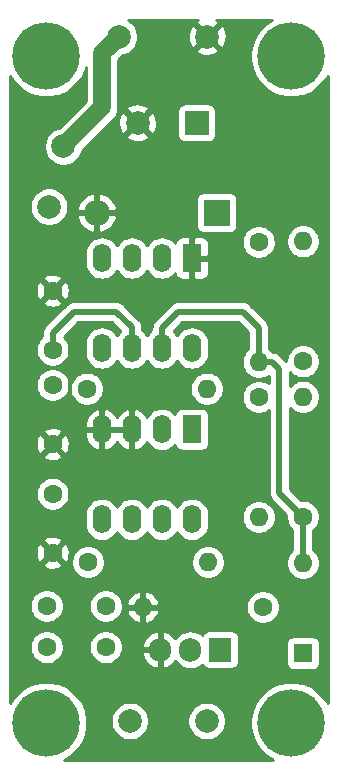
<source format=gbr>
G04 #@! TF.GenerationSoftware,KiCad,Pcbnew,(5.1.5)-3*
G04 #@! TF.CreationDate,2022-07-19T15:35:49+02:00*
G04 #@! TF.ProjectId,Wireless LEDs,57697265-6c65-4737-9320-4c4544732e6b,rev?*
G04 #@! TF.SameCoordinates,Original*
G04 #@! TF.FileFunction,Copper,L1,Top*
G04 #@! TF.FilePolarity,Positive*
%FSLAX46Y46*%
G04 Gerber Fmt 4.6, Leading zero omitted, Abs format (unit mm)*
G04 Created by KiCad (PCBNEW (5.1.5)-3) date 2022-07-19 15:35:49*
%MOMM*%
%LPD*%
G04 APERTURE LIST*
%ADD10C,2.010000*%
%ADD11O,1.600000X1.600000*%
%ADD12C,1.600000*%
%ADD13O,2.200000X2.200000*%
%ADD14R,2.200000X2.200000*%
%ADD15C,5.700000*%
%ADD16R,1.600000X1.600000*%
%ADD17O,1.905000X2.000000*%
%ADD18R,1.905000X2.000000*%
%ADD19O,1.600000X2.400000*%
%ADD20R,1.600000X2.400000*%
%ADD21C,2.000000*%
%ADD22R,2.000000X2.000000*%
%ADD23C,0.500000*%
%ADD24C,1.500000*%
%ADD25C,0.254000*%
G04 APERTURE END LIST*
D10*
X32700000Y-28400000D03*
X31500000Y-33500000D03*
D11*
X39440000Y-67400000D03*
D12*
X49600000Y-67400000D03*
D11*
X44960000Y-63600000D03*
D12*
X34800000Y-63600000D03*
D11*
X44860000Y-48900000D03*
D12*
X34700000Y-48900000D03*
D13*
X35540000Y-34000000D03*
D14*
X45700000Y-34000000D03*
D15*
X52000000Y-77200000D03*
X31250000Y-77200000D03*
X31250000Y-20750000D03*
X52000000Y-20750000D03*
D11*
X53000000Y-63680000D03*
D16*
X53000000Y-71300000D03*
D12*
X31800000Y-40600000D03*
X31800000Y-45600000D03*
D17*
X40920000Y-71000000D03*
X43460000Y-71000000D03*
D18*
X46000000Y-71000000D03*
D19*
X43600000Y-59970000D03*
X35980000Y-52350000D03*
X41060000Y-59970000D03*
X38520000Y-52350000D03*
X38520000Y-59970000D03*
X41060000Y-52350000D03*
X35980000Y-59970000D03*
D20*
X43600000Y-52350000D03*
D19*
X43600000Y-45470000D03*
X35980000Y-37850000D03*
X41060000Y-45470000D03*
X38520000Y-37850000D03*
X38520000Y-45470000D03*
X41060000Y-37850000D03*
X35980000Y-45470000D03*
D20*
X43600000Y-37850000D03*
D12*
X31800000Y-53600000D03*
X31800000Y-48600000D03*
X31800000Y-62800000D03*
X31800000Y-57800000D03*
D11*
X49250000Y-59760000D03*
D12*
X49250000Y-49600000D03*
D11*
X53000000Y-49590000D03*
D12*
X53000000Y-59750000D03*
D11*
X49250000Y-46660000D03*
D12*
X49250000Y-36500000D03*
D11*
X53000000Y-36440000D03*
D12*
X53000000Y-46600000D03*
D21*
X44850000Y-77050000D03*
X38350000Y-77050000D03*
X44900000Y-19100000D03*
X37400000Y-19100000D03*
D12*
X36300000Y-70800000D03*
X31300000Y-70800000D03*
X36300000Y-67300000D03*
X31300000Y-67300000D03*
D21*
X39000000Y-26400000D03*
D22*
X44000000Y-26400000D03*
D23*
X31800000Y-44200000D02*
X31800000Y-45600000D01*
X37200000Y-42400000D02*
X33600000Y-42400000D01*
X38520000Y-45470000D02*
X38520000Y-43720000D01*
X33600000Y-42400000D02*
X31800000Y-44200000D01*
X38520000Y-43720000D02*
X37200000Y-42400000D01*
X50381370Y-46660000D02*
X51000000Y-47278630D01*
X49250000Y-46660000D02*
X50381370Y-46660000D01*
X51000000Y-57750000D02*
X53000000Y-59750000D01*
X51000000Y-47278630D02*
X51000000Y-57750000D01*
X53000000Y-59750000D02*
X53000000Y-63680000D01*
X47900000Y-42400000D02*
X49250000Y-43750000D01*
X49250000Y-43750000D02*
X49250000Y-46660000D01*
X42430000Y-42400000D02*
X47900000Y-42400000D01*
X41060000Y-45470000D02*
X41060000Y-43770000D01*
X41060000Y-43770000D02*
X42430000Y-42400000D01*
D24*
X32700000Y-28400000D02*
X36000000Y-25100000D01*
X36000000Y-20500000D02*
X37400000Y-19100000D01*
X36000000Y-25100000D02*
X36000000Y-20500000D01*
D25*
G36*
X44039956Y-17700186D02*
G01*
X43944192Y-17964587D01*
X44900000Y-18920395D01*
X45855808Y-17964587D01*
X45760044Y-17700186D01*
X45677437Y-17660000D01*
X50353176Y-17660000D01*
X50349234Y-17661633D01*
X49778442Y-18043024D01*
X49293024Y-18528442D01*
X48911633Y-19099234D01*
X48648927Y-19733463D01*
X48515000Y-20406758D01*
X48515000Y-21093242D01*
X48648927Y-21766537D01*
X48911633Y-22400766D01*
X49293024Y-22971558D01*
X49778442Y-23456976D01*
X50349234Y-23838367D01*
X50983463Y-24101073D01*
X51656758Y-24235000D01*
X52343242Y-24235000D01*
X53016537Y-24101073D01*
X53650766Y-23838367D01*
X54221558Y-23456976D01*
X54706976Y-22971558D01*
X55088367Y-22400766D01*
X55090000Y-22396824D01*
X55090001Y-75553179D01*
X55088367Y-75549234D01*
X54706976Y-74978442D01*
X54221558Y-74493024D01*
X53650766Y-74111633D01*
X53016537Y-73848927D01*
X52343242Y-73715000D01*
X51656758Y-73715000D01*
X50983463Y-73848927D01*
X50349234Y-74111633D01*
X49778442Y-74493024D01*
X49293024Y-74978442D01*
X48911633Y-75549234D01*
X48648927Y-76183463D01*
X48515000Y-76856758D01*
X48515000Y-77543242D01*
X48648927Y-78216537D01*
X48911633Y-78850766D01*
X49293024Y-79421558D01*
X49778442Y-79906976D01*
X50349234Y-80288367D01*
X50473887Y-80340000D01*
X32776113Y-80340000D01*
X32900766Y-80288367D01*
X33471558Y-79906976D01*
X33956976Y-79421558D01*
X34338367Y-78850766D01*
X34601073Y-78216537D01*
X34735000Y-77543242D01*
X34735000Y-76888967D01*
X36715000Y-76888967D01*
X36715000Y-77211033D01*
X36777832Y-77526912D01*
X36901082Y-77824463D01*
X37080013Y-78092252D01*
X37307748Y-78319987D01*
X37575537Y-78498918D01*
X37873088Y-78622168D01*
X38188967Y-78685000D01*
X38511033Y-78685000D01*
X38826912Y-78622168D01*
X39124463Y-78498918D01*
X39392252Y-78319987D01*
X39619987Y-78092252D01*
X39798918Y-77824463D01*
X39922168Y-77526912D01*
X39985000Y-77211033D01*
X39985000Y-76888967D01*
X43215000Y-76888967D01*
X43215000Y-77211033D01*
X43277832Y-77526912D01*
X43401082Y-77824463D01*
X43580013Y-78092252D01*
X43807748Y-78319987D01*
X44075537Y-78498918D01*
X44373088Y-78622168D01*
X44688967Y-78685000D01*
X45011033Y-78685000D01*
X45326912Y-78622168D01*
X45624463Y-78498918D01*
X45892252Y-78319987D01*
X46119987Y-78092252D01*
X46298918Y-77824463D01*
X46422168Y-77526912D01*
X46485000Y-77211033D01*
X46485000Y-76888967D01*
X46422168Y-76573088D01*
X46298918Y-76275537D01*
X46119987Y-76007748D01*
X45892252Y-75780013D01*
X45624463Y-75601082D01*
X45326912Y-75477832D01*
X45011033Y-75415000D01*
X44688967Y-75415000D01*
X44373088Y-75477832D01*
X44075537Y-75601082D01*
X43807748Y-75780013D01*
X43580013Y-76007748D01*
X43401082Y-76275537D01*
X43277832Y-76573088D01*
X43215000Y-76888967D01*
X39985000Y-76888967D01*
X39922168Y-76573088D01*
X39798918Y-76275537D01*
X39619987Y-76007748D01*
X39392252Y-75780013D01*
X39124463Y-75601082D01*
X38826912Y-75477832D01*
X38511033Y-75415000D01*
X38188967Y-75415000D01*
X37873088Y-75477832D01*
X37575537Y-75601082D01*
X37307748Y-75780013D01*
X37080013Y-76007748D01*
X36901082Y-76275537D01*
X36777832Y-76573088D01*
X36715000Y-76888967D01*
X34735000Y-76888967D01*
X34735000Y-76856758D01*
X34601073Y-76183463D01*
X34338367Y-75549234D01*
X33956976Y-74978442D01*
X33471558Y-74493024D01*
X32900766Y-74111633D01*
X32266537Y-73848927D01*
X31593242Y-73715000D01*
X30906758Y-73715000D01*
X30233463Y-73848927D01*
X29599234Y-74111633D01*
X29028442Y-74493024D01*
X28543024Y-74978442D01*
X28161633Y-75549234D01*
X28160000Y-75553176D01*
X28160000Y-70658665D01*
X29865000Y-70658665D01*
X29865000Y-70941335D01*
X29920147Y-71218574D01*
X30028320Y-71479727D01*
X30185363Y-71714759D01*
X30385241Y-71914637D01*
X30620273Y-72071680D01*
X30881426Y-72179853D01*
X31158665Y-72235000D01*
X31441335Y-72235000D01*
X31718574Y-72179853D01*
X31979727Y-72071680D01*
X32214759Y-71914637D01*
X32414637Y-71714759D01*
X32571680Y-71479727D01*
X32679853Y-71218574D01*
X32735000Y-70941335D01*
X32735000Y-70658665D01*
X34865000Y-70658665D01*
X34865000Y-70941335D01*
X34920147Y-71218574D01*
X35028320Y-71479727D01*
X35185363Y-71714759D01*
X35385241Y-71914637D01*
X35620273Y-72071680D01*
X35881426Y-72179853D01*
X36158665Y-72235000D01*
X36441335Y-72235000D01*
X36718574Y-72179853D01*
X36979727Y-72071680D01*
X37214759Y-71914637D01*
X37414637Y-71714759D01*
X37571680Y-71479727D01*
X37615530Y-71373863D01*
X39367622Y-71373863D01*
X39461121Y-71670446D01*
X39610684Y-71943089D01*
X39810563Y-72181315D01*
X40053077Y-72375969D01*
X40328906Y-72519571D01*
X40547020Y-72590563D01*
X40793000Y-72470594D01*
X40793000Y-71127000D01*
X39494430Y-71127000D01*
X39367622Y-71373863D01*
X37615530Y-71373863D01*
X37679853Y-71218574D01*
X37735000Y-70941335D01*
X37735000Y-70658665D01*
X37728530Y-70626137D01*
X39367622Y-70626137D01*
X39494430Y-70873000D01*
X40793000Y-70873000D01*
X40793000Y-69529406D01*
X41047000Y-69529406D01*
X41047000Y-70873000D01*
X41067000Y-70873000D01*
X41067000Y-71127000D01*
X41047000Y-71127000D01*
X41047000Y-72470594D01*
X41292980Y-72590563D01*
X41511094Y-72519571D01*
X41786923Y-72375969D01*
X42029437Y-72181315D01*
X42184838Y-71996100D01*
X42332037Y-72175463D01*
X42573765Y-72373845D01*
X42849551Y-72521255D01*
X43148796Y-72612030D01*
X43460000Y-72642681D01*
X43771203Y-72612030D01*
X44070448Y-72521255D01*
X44346234Y-72373845D01*
X44472095Y-72270553D01*
X44516963Y-72354494D01*
X44596315Y-72451185D01*
X44693006Y-72530537D01*
X44803320Y-72589502D01*
X44923018Y-72625812D01*
X45047500Y-72638072D01*
X46952500Y-72638072D01*
X47076982Y-72625812D01*
X47196680Y-72589502D01*
X47306994Y-72530537D01*
X47403685Y-72451185D01*
X47483037Y-72354494D01*
X47542002Y-72244180D01*
X47578312Y-72124482D01*
X47590572Y-72000000D01*
X47590572Y-70500000D01*
X51561928Y-70500000D01*
X51561928Y-72100000D01*
X51574188Y-72224482D01*
X51610498Y-72344180D01*
X51669463Y-72454494D01*
X51748815Y-72551185D01*
X51845506Y-72630537D01*
X51955820Y-72689502D01*
X52075518Y-72725812D01*
X52200000Y-72738072D01*
X53800000Y-72738072D01*
X53924482Y-72725812D01*
X54044180Y-72689502D01*
X54154494Y-72630537D01*
X54251185Y-72551185D01*
X54330537Y-72454494D01*
X54389502Y-72344180D01*
X54425812Y-72224482D01*
X54438072Y-72100000D01*
X54438072Y-70500000D01*
X54425812Y-70375518D01*
X54389502Y-70255820D01*
X54330537Y-70145506D01*
X54251185Y-70048815D01*
X54154494Y-69969463D01*
X54044180Y-69910498D01*
X53924482Y-69874188D01*
X53800000Y-69861928D01*
X52200000Y-69861928D01*
X52075518Y-69874188D01*
X51955820Y-69910498D01*
X51845506Y-69969463D01*
X51748815Y-70048815D01*
X51669463Y-70145506D01*
X51610498Y-70255820D01*
X51574188Y-70375518D01*
X51561928Y-70500000D01*
X47590572Y-70500000D01*
X47590572Y-70000000D01*
X47578312Y-69875518D01*
X47542002Y-69755820D01*
X47483037Y-69645506D01*
X47403685Y-69548815D01*
X47306994Y-69469463D01*
X47196680Y-69410498D01*
X47076982Y-69374188D01*
X46952500Y-69361928D01*
X45047500Y-69361928D01*
X44923018Y-69374188D01*
X44803320Y-69410498D01*
X44693006Y-69469463D01*
X44596315Y-69548815D01*
X44516963Y-69645506D01*
X44472095Y-69729446D01*
X44346235Y-69626155D01*
X44070449Y-69478745D01*
X43771204Y-69387970D01*
X43460000Y-69357319D01*
X43148797Y-69387970D01*
X42849552Y-69478745D01*
X42573766Y-69626155D01*
X42332037Y-69824537D01*
X42184837Y-70003899D01*
X42029437Y-69818685D01*
X41786923Y-69624031D01*
X41511094Y-69480429D01*
X41292980Y-69409437D01*
X41047000Y-69529406D01*
X40793000Y-69529406D01*
X40547020Y-69409437D01*
X40328906Y-69480429D01*
X40053077Y-69624031D01*
X39810563Y-69818685D01*
X39610684Y-70056911D01*
X39461121Y-70329554D01*
X39367622Y-70626137D01*
X37728530Y-70626137D01*
X37679853Y-70381426D01*
X37571680Y-70120273D01*
X37414637Y-69885241D01*
X37214759Y-69685363D01*
X36979727Y-69528320D01*
X36718574Y-69420147D01*
X36441335Y-69365000D01*
X36158665Y-69365000D01*
X35881426Y-69420147D01*
X35620273Y-69528320D01*
X35385241Y-69685363D01*
X35185363Y-69885241D01*
X35028320Y-70120273D01*
X34920147Y-70381426D01*
X34865000Y-70658665D01*
X32735000Y-70658665D01*
X32679853Y-70381426D01*
X32571680Y-70120273D01*
X32414637Y-69885241D01*
X32214759Y-69685363D01*
X31979727Y-69528320D01*
X31718574Y-69420147D01*
X31441335Y-69365000D01*
X31158665Y-69365000D01*
X30881426Y-69420147D01*
X30620273Y-69528320D01*
X30385241Y-69685363D01*
X30185363Y-69885241D01*
X30028320Y-70120273D01*
X29920147Y-70381426D01*
X29865000Y-70658665D01*
X28160000Y-70658665D01*
X28160000Y-67158665D01*
X29865000Y-67158665D01*
X29865000Y-67441335D01*
X29920147Y-67718574D01*
X30028320Y-67979727D01*
X30185363Y-68214759D01*
X30385241Y-68414637D01*
X30620273Y-68571680D01*
X30881426Y-68679853D01*
X31158665Y-68735000D01*
X31441335Y-68735000D01*
X31718574Y-68679853D01*
X31979727Y-68571680D01*
X32214759Y-68414637D01*
X32414637Y-68214759D01*
X32571680Y-67979727D01*
X32679853Y-67718574D01*
X32735000Y-67441335D01*
X32735000Y-67158665D01*
X34865000Y-67158665D01*
X34865000Y-67441335D01*
X34920147Y-67718574D01*
X35028320Y-67979727D01*
X35185363Y-68214759D01*
X35385241Y-68414637D01*
X35620273Y-68571680D01*
X35881426Y-68679853D01*
X36158665Y-68735000D01*
X36441335Y-68735000D01*
X36718574Y-68679853D01*
X36979727Y-68571680D01*
X37214759Y-68414637D01*
X37414637Y-68214759D01*
X37571680Y-67979727D01*
X37667233Y-67749039D01*
X38048096Y-67749039D01*
X38088754Y-67883087D01*
X38208963Y-68137420D01*
X38376481Y-68363414D01*
X38584869Y-68552385D01*
X38826119Y-68697070D01*
X39090960Y-68791909D01*
X39313000Y-68670624D01*
X39313000Y-67527000D01*
X39567000Y-67527000D01*
X39567000Y-68670624D01*
X39789040Y-68791909D01*
X40053881Y-68697070D01*
X40295131Y-68552385D01*
X40503519Y-68363414D01*
X40671037Y-68137420D01*
X40791246Y-67883087D01*
X40831904Y-67749039D01*
X40709915Y-67527000D01*
X39567000Y-67527000D01*
X39313000Y-67527000D01*
X38170085Y-67527000D01*
X38048096Y-67749039D01*
X37667233Y-67749039D01*
X37679853Y-67718574D01*
X37735000Y-67441335D01*
X37735000Y-67158665D01*
X37713577Y-67050961D01*
X38048096Y-67050961D01*
X38170085Y-67273000D01*
X39313000Y-67273000D01*
X39313000Y-66129376D01*
X39567000Y-66129376D01*
X39567000Y-67273000D01*
X40709915Y-67273000D01*
X40717790Y-67258665D01*
X48165000Y-67258665D01*
X48165000Y-67541335D01*
X48220147Y-67818574D01*
X48328320Y-68079727D01*
X48485363Y-68314759D01*
X48685241Y-68514637D01*
X48920273Y-68671680D01*
X49181426Y-68779853D01*
X49458665Y-68835000D01*
X49741335Y-68835000D01*
X50018574Y-68779853D01*
X50279727Y-68671680D01*
X50514759Y-68514637D01*
X50714637Y-68314759D01*
X50871680Y-68079727D01*
X50979853Y-67818574D01*
X51035000Y-67541335D01*
X51035000Y-67258665D01*
X50979853Y-66981426D01*
X50871680Y-66720273D01*
X50714637Y-66485241D01*
X50514759Y-66285363D01*
X50279727Y-66128320D01*
X50018574Y-66020147D01*
X49741335Y-65965000D01*
X49458665Y-65965000D01*
X49181426Y-66020147D01*
X48920273Y-66128320D01*
X48685241Y-66285363D01*
X48485363Y-66485241D01*
X48328320Y-66720273D01*
X48220147Y-66981426D01*
X48165000Y-67258665D01*
X40717790Y-67258665D01*
X40831904Y-67050961D01*
X40791246Y-66916913D01*
X40671037Y-66662580D01*
X40503519Y-66436586D01*
X40295131Y-66247615D01*
X40053881Y-66102930D01*
X39789040Y-66008091D01*
X39567000Y-66129376D01*
X39313000Y-66129376D01*
X39090960Y-66008091D01*
X38826119Y-66102930D01*
X38584869Y-66247615D01*
X38376481Y-66436586D01*
X38208963Y-66662580D01*
X38088754Y-66916913D01*
X38048096Y-67050961D01*
X37713577Y-67050961D01*
X37679853Y-66881426D01*
X37571680Y-66620273D01*
X37414637Y-66385241D01*
X37214759Y-66185363D01*
X36979727Y-66028320D01*
X36718574Y-65920147D01*
X36441335Y-65865000D01*
X36158665Y-65865000D01*
X35881426Y-65920147D01*
X35620273Y-66028320D01*
X35385241Y-66185363D01*
X35185363Y-66385241D01*
X35028320Y-66620273D01*
X34920147Y-66881426D01*
X34865000Y-67158665D01*
X32735000Y-67158665D01*
X32679853Y-66881426D01*
X32571680Y-66620273D01*
X32414637Y-66385241D01*
X32214759Y-66185363D01*
X31979727Y-66028320D01*
X31718574Y-65920147D01*
X31441335Y-65865000D01*
X31158665Y-65865000D01*
X30881426Y-65920147D01*
X30620273Y-66028320D01*
X30385241Y-66185363D01*
X30185363Y-66385241D01*
X30028320Y-66620273D01*
X29920147Y-66881426D01*
X29865000Y-67158665D01*
X28160000Y-67158665D01*
X28160000Y-63792702D01*
X30986903Y-63792702D01*
X31058486Y-64036671D01*
X31313996Y-64157571D01*
X31588184Y-64226300D01*
X31870512Y-64240217D01*
X32150130Y-64198787D01*
X32416292Y-64103603D01*
X32541514Y-64036671D01*
X32613097Y-63792702D01*
X31800000Y-62979605D01*
X30986903Y-63792702D01*
X28160000Y-63792702D01*
X28160000Y-62870512D01*
X30359783Y-62870512D01*
X30401213Y-63150130D01*
X30496397Y-63416292D01*
X30563329Y-63541514D01*
X30807298Y-63613097D01*
X31620395Y-62800000D01*
X31979605Y-62800000D01*
X32792702Y-63613097D01*
X33036671Y-63541514D01*
X33075872Y-63458665D01*
X33365000Y-63458665D01*
X33365000Y-63741335D01*
X33420147Y-64018574D01*
X33528320Y-64279727D01*
X33685363Y-64514759D01*
X33885241Y-64714637D01*
X34120273Y-64871680D01*
X34381426Y-64979853D01*
X34658665Y-65035000D01*
X34941335Y-65035000D01*
X35218574Y-64979853D01*
X35479727Y-64871680D01*
X35714759Y-64714637D01*
X35914637Y-64514759D01*
X36071680Y-64279727D01*
X36179853Y-64018574D01*
X36235000Y-63741335D01*
X36235000Y-63458665D01*
X43525000Y-63458665D01*
X43525000Y-63741335D01*
X43580147Y-64018574D01*
X43688320Y-64279727D01*
X43845363Y-64514759D01*
X44045241Y-64714637D01*
X44280273Y-64871680D01*
X44541426Y-64979853D01*
X44818665Y-65035000D01*
X45101335Y-65035000D01*
X45378574Y-64979853D01*
X45639727Y-64871680D01*
X45874759Y-64714637D01*
X46074637Y-64514759D01*
X46231680Y-64279727D01*
X46339853Y-64018574D01*
X46395000Y-63741335D01*
X46395000Y-63458665D01*
X46339853Y-63181426D01*
X46231680Y-62920273D01*
X46074637Y-62685241D01*
X45874759Y-62485363D01*
X45639727Y-62328320D01*
X45378574Y-62220147D01*
X45101335Y-62165000D01*
X44818665Y-62165000D01*
X44541426Y-62220147D01*
X44280273Y-62328320D01*
X44045241Y-62485363D01*
X43845363Y-62685241D01*
X43688320Y-62920273D01*
X43580147Y-63181426D01*
X43525000Y-63458665D01*
X36235000Y-63458665D01*
X36179853Y-63181426D01*
X36071680Y-62920273D01*
X35914637Y-62685241D01*
X35714759Y-62485363D01*
X35479727Y-62328320D01*
X35218574Y-62220147D01*
X34941335Y-62165000D01*
X34658665Y-62165000D01*
X34381426Y-62220147D01*
X34120273Y-62328320D01*
X33885241Y-62485363D01*
X33685363Y-62685241D01*
X33528320Y-62920273D01*
X33420147Y-63181426D01*
X33365000Y-63458665D01*
X33075872Y-63458665D01*
X33157571Y-63286004D01*
X33226300Y-63011816D01*
X33240217Y-62729488D01*
X33198787Y-62449870D01*
X33103603Y-62183708D01*
X33036671Y-62058486D01*
X32792702Y-61986903D01*
X31979605Y-62800000D01*
X31620395Y-62800000D01*
X30807298Y-61986903D01*
X30563329Y-62058486D01*
X30442429Y-62313996D01*
X30373700Y-62588184D01*
X30359783Y-62870512D01*
X28160000Y-62870512D01*
X28160000Y-61807298D01*
X30986903Y-61807298D01*
X31800000Y-62620395D01*
X32613097Y-61807298D01*
X32541514Y-61563329D01*
X32286004Y-61442429D01*
X32011816Y-61373700D01*
X31729488Y-61359783D01*
X31449870Y-61401213D01*
X31183708Y-61496397D01*
X31058486Y-61563329D01*
X30986903Y-61807298D01*
X28160000Y-61807298D01*
X28160000Y-59499508D01*
X34545000Y-59499508D01*
X34545000Y-60440491D01*
X34565764Y-60651308D01*
X34647818Y-60921807D01*
X34781068Y-61171100D01*
X34960392Y-61389607D01*
X35178899Y-61568932D01*
X35428192Y-61702182D01*
X35698691Y-61784236D01*
X35980000Y-61811943D01*
X36261308Y-61784236D01*
X36531807Y-61702182D01*
X36781100Y-61568932D01*
X36999607Y-61389608D01*
X37178932Y-61171101D01*
X37250000Y-61038142D01*
X37321068Y-61171100D01*
X37500392Y-61389607D01*
X37718899Y-61568932D01*
X37968192Y-61702182D01*
X38238691Y-61784236D01*
X38520000Y-61811943D01*
X38801308Y-61784236D01*
X39071807Y-61702182D01*
X39321100Y-61568932D01*
X39539607Y-61389608D01*
X39718932Y-61171101D01*
X39790000Y-61038142D01*
X39861068Y-61171100D01*
X40040392Y-61389607D01*
X40258899Y-61568932D01*
X40508192Y-61702182D01*
X40778691Y-61784236D01*
X41060000Y-61811943D01*
X41341308Y-61784236D01*
X41611807Y-61702182D01*
X41861100Y-61568932D01*
X42079607Y-61389608D01*
X42258932Y-61171101D01*
X42330000Y-61038142D01*
X42401068Y-61171100D01*
X42580392Y-61389607D01*
X42798899Y-61568932D01*
X43048192Y-61702182D01*
X43318691Y-61784236D01*
X43600000Y-61811943D01*
X43881308Y-61784236D01*
X44151807Y-61702182D01*
X44401100Y-61568932D01*
X44619607Y-61389608D01*
X44798932Y-61171101D01*
X44932182Y-60921808D01*
X45014236Y-60651309D01*
X45035000Y-60440492D01*
X45035000Y-59618665D01*
X47815000Y-59618665D01*
X47815000Y-59901335D01*
X47870147Y-60178574D01*
X47978320Y-60439727D01*
X48135363Y-60674759D01*
X48335241Y-60874637D01*
X48570273Y-61031680D01*
X48831426Y-61139853D01*
X49108665Y-61195000D01*
X49391335Y-61195000D01*
X49668574Y-61139853D01*
X49929727Y-61031680D01*
X50164759Y-60874637D01*
X50364637Y-60674759D01*
X50521680Y-60439727D01*
X50629853Y-60178574D01*
X50685000Y-59901335D01*
X50685000Y-59618665D01*
X50629853Y-59341426D01*
X50521680Y-59080273D01*
X50364637Y-58845241D01*
X50164759Y-58645363D01*
X49929727Y-58488320D01*
X49668574Y-58380147D01*
X49391335Y-58325000D01*
X49108665Y-58325000D01*
X48831426Y-58380147D01*
X48570273Y-58488320D01*
X48335241Y-58645363D01*
X48135363Y-58845241D01*
X47978320Y-59080273D01*
X47870147Y-59341426D01*
X47815000Y-59618665D01*
X45035000Y-59618665D01*
X45035000Y-59499509D01*
X45014236Y-59288691D01*
X44932182Y-59018192D01*
X44798932Y-58768899D01*
X44619608Y-58550392D01*
X44401101Y-58371068D01*
X44151808Y-58237818D01*
X43881309Y-58155764D01*
X43600000Y-58128057D01*
X43318692Y-58155764D01*
X43048193Y-58237818D01*
X42798900Y-58371068D01*
X42580393Y-58550392D01*
X42401068Y-58768899D01*
X42330000Y-58901858D01*
X42258932Y-58768899D01*
X42079608Y-58550392D01*
X41861101Y-58371068D01*
X41611808Y-58237818D01*
X41341309Y-58155764D01*
X41060000Y-58128057D01*
X40778692Y-58155764D01*
X40508193Y-58237818D01*
X40258900Y-58371068D01*
X40040393Y-58550392D01*
X39861068Y-58768899D01*
X39790000Y-58901858D01*
X39718932Y-58768899D01*
X39539608Y-58550392D01*
X39321101Y-58371068D01*
X39071808Y-58237818D01*
X38801309Y-58155764D01*
X38520000Y-58128057D01*
X38238692Y-58155764D01*
X37968193Y-58237818D01*
X37718900Y-58371068D01*
X37500393Y-58550392D01*
X37321068Y-58768899D01*
X37250000Y-58901858D01*
X37178932Y-58768899D01*
X36999608Y-58550392D01*
X36781101Y-58371068D01*
X36531808Y-58237818D01*
X36261309Y-58155764D01*
X35980000Y-58128057D01*
X35698692Y-58155764D01*
X35428193Y-58237818D01*
X35178900Y-58371068D01*
X34960393Y-58550392D01*
X34781068Y-58768899D01*
X34647818Y-59018192D01*
X34565764Y-59288691D01*
X34545000Y-59499508D01*
X28160000Y-59499508D01*
X28160000Y-57658665D01*
X30365000Y-57658665D01*
X30365000Y-57941335D01*
X30420147Y-58218574D01*
X30528320Y-58479727D01*
X30685363Y-58714759D01*
X30885241Y-58914637D01*
X31120273Y-59071680D01*
X31381426Y-59179853D01*
X31658665Y-59235000D01*
X31941335Y-59235000D01*
X32218574Y-59179853D01*
X32479727Y-59071680D01*
X32714759Y-58914637D01*
X32914637Y-58714759D01*
X33071680Y-58479727D01*
X33179853Y-58218574D01*
X33235000Y-57941335D01*
X33235000Y-57658665D01*
X33179853Y-57381426D01*
X33071680Y-57120273D01*
X32914637Y-56885241D01*
X32714759Y-56685363D01*
X32479727Y-56528320D01*
X32218574Y-56420147D01*
X31941335Y-56365000D01*
X31658665Y-56365000D01*
X31381426Y-56420147D01*
X31120273Y-56528320D01*
X30885241Y-56685363D01*
X30685363Y-56885241D01*
X30528320Y-57120273D01*
X30420147Y-57381426D01*
X30365000Y-57658665D01*
X28160000Y-57658665D01*
X28160000Y-54592702D01*
X30986903Y-54592702D01*
X31058486Y-54836671D01*
X31313996Y-54957571D01*
X31588184Y-55026300D01*
X31870512Y-55040217D01*
X32150130Y-54998787D01*
X32416292Y-54903603D01*
X32541514Y-54836671D01*
X32613097Y-54592702D01*
X31800000Y-53779605D01*
X30986903Y-54592702D01*
X28160000Y-54592702D01*
X28160000Y-53670512D01*
X30359783Y-53670512D01*
X30401213Y-53950130D01*
X30496397Y-54216292D01*
X30563329Y-54341514D01*
X30807298Y-54413097D01*
X31620395Y-53600000D01*
X31979605Y-53600000D01*
X32792702Y-54413097D01*
X33036671Y-54341514D01*
X33157571Y-54086004D01*
X33226300Y-53811816D01*
X33240217Y-53529488D01*
X33198787Y-53249870D01*
X33103603Y-52983708D01*
X33036671Y-52858486D01*
X32792702Y-52786903D01*
X31979605Y-53600000D01*
X31620395Y-53600000D01*
X30807298Y-52786903D01*
X30563329Y-52858486D01*
X30442429Y-53113996D01*
X30373700Y-53388184D01*
X30359783Y-53670512D01*
X28160000Y-53670512D01*
X28160000Y-52607298D01*
X30986903Y-52607298D01*
X31800000Y-53420395D01*
X32613097Y-52607298D01*
X32574867Y-52477000D01*
X34545000Y-52477000D01*
X34545000Y-52877000D01*
X34597350Y-53154514D01*
X34702834Y-53416483D01*
X34857399Y-53652839D01*
X35055105Y-53854500D01*
X35288354Y-54013715D01*
X35548182Y-54124367D01*
X35630961Y-54141904D01*
X35853000Y-54019915D01*
X35853000Y-52477000D01*
X36107000Y-52477000D01*
X36107000Y-54019915D01*
X36329039Y-54141904D01*
X36411818Y-54124367D01*
X36671646Y-54013715D01*
X36904895Y-53854500D01*
X37102601Y-53652839D01*
X37250000Y-53427441D01*
X37397399Y-53652839D01*
X37595105Y-53854500D01*
X37828354Y-54013715D01*
X38088182Y-54124367D01*
X38170961Y-54141904D01*
X38393000Y-54019915D01*
X38393000Y-52477000D01*
X36107000Y-52477000D01*
X35853000Y-52477000D01*
X34545000Y-52477000D01*
X32574867Y-52477000D01*
X32541514Y-52363329D01*
X32286004Y-52242429D01*
X32011816Y-52173700D01*
X31729488Y-52159783D01*
X31449870Y-52201213D01*
X31183708Y-52296397D01*
X31058486Y-52363329D01*
X30986903Y-52607298D01*
X28160000Y-52607298D01*
X28160000Y-51823000D01*
X34545000Y-51823000D01*
X34545000Y-52223000D01*
X35853000Y-52223000D01*
X35853000Y-50680085D01*
X36107000Y-50680085D01*
X36107000Y-52223000D01*
X38393000Y-52223000D01*
X38393000Y-50680085D01*
X38647000Y-50680085D01*
X38647000Y-52223000D01*
X38667000Y-52223000D01*
X38667000Y-52477000D01*
X38647000Y-52477000D01*
X38647000Y-54019915D01*
X38869039Y-54141904D01*
X38951818Y-54124367D01*
X39211646Y-54013715D01*
X39444895Y-53854500D01*
X39642601Y-53652839D01*
X39792735Y-53423258D01*
X39861068Y-53551100D01*
X40040392Y-53769607D01*
X40258899Y-53948932D01*
X40508192Y-54082182D01*
X40778691Y-54164236D01*
X41060000Y-54191943D01*
X41341308Y-54164236D01*
X41611807Y-54082182D01*
X41861100Y-53948932D01*
X42079607Y-53769608D01*
X42172419Y-53656517D01*
X42174188Y-53674482D01*
X42210498Y-53794180D01*
X42269463Y-53904494D01*
X42348815Y-54001185D01*
X42445506Y-54080537D01*
X42555820Y-54139502D01*
X42675518Y-54175812D01*
X42800000Y-54188072D01*
X44400000Y-54188072D01*
X44524482Y-54175812D01*
X44644180Y-54139502D01*
X44754494Y-54080537D01*
X44851185Y-54001185D01*
X44930537Y-53904494D01*
X44989502Y-53794180D01*
X45025812Y-53674482D01*
X45038072Y-53550000D01*
X45038072Y-51150000D01*
X45025812Y-51025518D01*
X44989502Y-50905820D01*
X44930537Y-50795506D01*
X44851185Y-50698815D01*
X44754494Y-50619463D01*
X44644180Y-50560498D01*
X44524482Y-50524188D01*
X44400000Y-50511928D01*
X42800000Y-50511928D01*
X42675518Y-50524188D01*
X42555820Y-50560498D01*
X42445506Y-50619463D01*
X42348815Y-50698815D01*
X42269463Y-50795506D01*
X42210498Y-50905820D01*
X42174188Y-51025518D01*
X42172419Y-51043482D01*
X42079608Y-50930392D01*
X41861101Y-50751068D01*
X41611808Y-50617818D01*
X41341309Y-50535764D01*
X41060000Y-50508057D01*
X40778692Y-50535764D01*
X40508193Y-50617818D01*
X40258900Y-50751068D01*
X40040393Y-50930392D01*
X39861068Y-51148899D01*
X39792735Y-51276741D01*
X39642601Y-51047161D01*
X39444895Y-50845500D01*
X39211646Y-50686285D01*
X38951818Y-50575633D01*
X38869039Y-50558096D01*
X38647000Y-50680085D01*
X38393000Y-50680085D01*
X38170961Y-50558096D01*
X38088182Y-50575633D01*
X37828354Y-50686285D01*
X37595105Y-50845500D01*
X37397399Y-51047161D01*
X37250000Y-51272559D01*
X37102601Y-51047161D01*
X36904895Y-50845500D01*
X36671646Y-50686285D01*
X36411818Y-50575633D01*
X36329039Y-50558096D01*
X36107000Y-50680085D01*
X35853000Y-50680085D01*
X35630961Y-50558096D01*
X35548182Y-50575633D01*
X35288354Y-50686285D01*
X35055105Y-50845500D01*
X34857399Y-51047161D01*
X34702834Y-51283517D01*
X34597350Y-51545486D01*
X34545000Y-51823000D01*
X28160000Y-51823000D01*
X28160000Y-48458665D01*
X30365000Y-48458665D01*
X30365000Y-48741335D01*
X30420147Y-49018574D01*
X30528320Y-49279727D01*
X30685363Y-49514759D01*
X30885241Y-49714637D01*
X31120273Y-49871680D01*
X31381426Y-49979853D01*
X31658665Y-50035000D01*
X31941335Y-50035000D01*
X32218574Y-49979853D01*
X32479727Y-49871680D01*
X32714759Y-49714637D01*
X32914637Y-49514759D01*
X33071680Y-49279727D01*
X33179853Y-49018574D01*
X33231552Y-48758665D01*
X33265000Y-48758665D01*
X33265000Y-49041335D01*
X33320147Y-49318574D01*
X33428320Y-49579727D01*
X33585363Y-49814759D01*
X33785241Y-50014637D01*
X34020273Y-50171680D01*
X34281426Y-50279853D01*
X34558665Y-50335000D01*
X34841335Y-50335000D01*
X35118574Y-50279853D01*
X35379727Y-50171680D01*
X35614759Y-50014637D01*
X35814637Y-49814759D01*
X35971680Y-49579727D01*
X36079853Y-49318574D01*
X36135000Y-49041335D01*
X36135000Y-48758665D01*
X43425000Y-48758665D01*
X43425000Y-49041335D01*
X43480147Y-49318574D01*
X43588320Y-49579727D01*
X43745363Y-49814759D01*
X43945241Y-50014637D01*
X44180273Y-50171680D01*
X44441426Y-50279853D01*
X44718665Y-50335000D01*
X45001335Y-50335000D01*
X45278574Y-50279853D01*
X45539727Y-50171680D01*
X45774759Y-50014637D01*
X45974637Y-49814759D01*
X46131680Y-49579727D01*
X46239853Y-49318574D01*
X46295000Y-49041335D01*
X46295000Y-48758665D01*
X46239853Y-48481426D01*
X46131680Y-48220273D01*
X45974637Y-47985241D01*
X45774759Y-47785363D01*
X45539727Y-47628320D01*
X45278574Y-47520147D01*
X45001335Y-47465000D01*
X44718665Y-47465000D01*
X44441426Y-47520147D01*
X44180273Y-47628320D01*
X43945241Y-47785363D01*
X43745363Y-47985241D01*
X43588320Y-48220273D01*
X43480147Y-48481426D01*
X43425000Y-48758665D01*
X36135000Y-48758665D01*
X36079853Y-48481426D01*
X35971680Y-48220273D01*
X35814637Y-47985241D01*
X35614759Y-47785363D01*
X35379727Y-47628320D01*
X35118574Y-47520147D01*
X34841335Y-47465000D01*
X34558665Y-47465000D01*
X34281426Y-47520147D01*
X34020273Y-47628320D01*
X33785241Y-47785363D01*
X33585363Y-47985241D01*
X33428320Y-48220273D01*
X33320147Y-48481426D01*
X33265000Y-48758665D01*
X33231552Y-48758665D01*
X33235000Y-48741335D01*
X33235000Y-48458665D01*
X33179853Y-48181426D01*
X33071680Y-47920273D01*
X32914637Y-47685241D01*
X32714759Y-47485363D01*
X32479727Y-47328320D01*
X32218574Y-47220147D01*
X31941335Y-47165000D01*
X31658665Y-47165000D01*
X31381426Y-47220147D01*
X31120273Y-47328320D01*
X30885241Y-47485363D01*
X30685363Y-47685241D01*
X30528320Y-47920273D01*
X30420147Y-48181426D01*
X30365000Y-48458665D01*
X28160000Y-48458665D01*
X28160000Y-45458665D01*
X30365000Y-45458665D01*
X30365000Y-45741335D01*
X30420147Y-46018574D01*
X30528320Y-46279727D01*
X30685363Y-46514759D01*
X30885241Y-46714637D01*
X31120273Y-46871680D01*
X31381426Y-46979853D01*
X31658665Y-47035000D01*
X31941335Y-47035000D01*
X32218574Y-46979853D01*
X32479727Y-46871680D01*
X32714759Y-46714637D01*
X32914637Y-46514759D01*
X33071680Y-46279727D01*
X33179853Y-46018574D01*
X33235000Y-45741335D01*
X33235000Y-45458665D01*
X33179853Y-45181426D01*
X33071680Y-44920273D01*
X32914637Y-44685241D01*
X32740487Y-44511091D01*
X33966579Y-43285000D01*
X36833422Y-43285000D01*
X37554450Y-44006029D01*
X37500393Y-44050392D01*
X37321068Y-44268899D01*
X37250000Y-44401858D01*
X37178932Y-44268899D01*
X36999608Y-44050392D01*
X36781101Y-43871068D01*
X36531808Y-43737818D01*
X36261309Y-43655764D01*
X35980000Y-43628057D01*
X35698692Y-43655764D01*
X35428193Y-43737818D01*
X35178900Y-43871068D01*
X34960393Y-44050392D01*
X34781068Y-44268899D01*
X34647818Y-44518192D01*
X34565764Y-44788691D01*
X34545000Y-44999508D01*
X34545000Y-45940491D01*
X34565764Y-46151308D01*
X34647818Y-46421807D01*
X34781068Y-46671100D01*
X34960392Y-46889607D01*
X35178899Y-47068932D01*
X35428192Y-47202182D01*
X35698691Y-47284236D01*
X35980000Y-47311943D01*
X36261308Y-47284236D01*
X36531807Y-47202182D01*
X36781100Y-47068932D01*
X36999607Y-46889608D01*
X37178932Y-46671101D01*
X37250000Y-46538142D01*
X37321068Y-46671100D01*
X37500392Y-46889607D01*
X37718899Y-47068932D01*
X37968192Y-47202182D01*
X38238691Y-47284236D01*
X38520000Y-47311943D01*
X38801308Y-47284236D01*
X39071807Y-47202182D01*
X39321100Y-47068932D01*
X39539607Y-46889608D01*
X39718932Y-46671101D01*
X39790000Y-46538142D01*
X39861068Y-46671100D01*
X40040392Y-46889607D01*
X40258899Y-47068932D01*
X40508192Y-47202182D01*
X40778691Y-47284236D01*
X41060000Y-47311943D01*
X41341308Y-47284236D01*
X41611807Y-47202182D01*
X41861100Y-47068932D01*
X42079607Y-46889608D01*
X42258932Y-46671101D01*
X42330000Y-46538142D01*
X42401068Y-46671100D01*
X42580392Y-46889607D01*
X42798899Y-47068932D01*
X43048192Y-47202182D01*
X43318691Y-47284236D01*
X43600000Y-47311943D01*
X43881308Y-47284236D01*
X44151807Y-47202182D01*
X44401100Y-47068932D01*
X44619607Y-46889608D01*
X44798932Y-46671101D01*
X44932182Y-46421808D01*
X45014236Y-46151309D01*
X45035000Y-45940492D01*
X45035000Y-44999509D01*
X45014236Y-44788691D01*
X44932182Y-44518192D01*
X44798932Y-44268899D01*
X44619608Y-44050392D01*
X44401101Y-43871068D01*
X44151808Y-43737818D01*
X43881309Y-43655764D01*
X43600000Y-43628057D01*
X43318692Y-43655764D01*
X43048193Y-43737818D01*
X42798900Y-43871068D01*
X42580393Y-44050392D01*
X42401068Y-44268899D01*
X42330000Y-44401858D01*
X42258932Y-44268899D01*
X42079608Y-44050392D01*
X42053013Y-44028566D01*
X42796579Y-43285000D01*
X47533422Y-43285000D01*
X48365000Y-44116579D01*
X48365001Y-45525478D01*
X48335241Y-45545363D01*
X48135363Y-45745241D01*
X47978320Y-45980273D01*
X47870147Y-46241426D01*
X47815000Y-46518665D01*
X47815000Y-46801335D01*
X47870147Y-47078574D01*
X47978320Y-47339727D01*
X48135363Y-47574759D01*
X48335241Y-47774637D01*
X48570273Y-47931680D01*
X48831426Y-48039853D01*
X49108665Y-48095000D01*
X49391335Y-48095000D01*
X49668574Y-48039853D01*
X49929727Y-47931680D01*
X50115000Y-47807885D01*
X50115000Y-48452115D01*
X49929727Y-48328320D01*
X49668574Y-48220147D01*
X49391335Y-48165000D01*
X49108665Y-48165000D01*
X48831426Y-48220147D01*
X48570273Y-48328320D01*
X48335241Y-48485363D01*
X48135363Y-48685241D01*
X47978320Y-48920273D01*
X47870147Y-49181426D01*
X47815000Y-49458665D01*
X47815000Y-49741335D01*
X47870147Y-50018574D01*
X47978320Y-50279727D01*
X48135363Y-50514759D01*
X48335241Y-50714637D01*
X48570273Y-50871680D01*
X48831426Y-50979853D01*
X49108665Y-51035000D01*
X49391335Y-51035000D01*
X49668574Y-50979853D01*
X49929727Y-50871680D01*
X50115000Y-50747885D01*
X50115001Y-57706521D01*
X50110719Y-57750000D01*
X50127805Y-57923490D01*
X50178412Y-58090313D01*
X50260590Y-58244059D01*
X50343468Y-58345046D01*
X50343471Y-58345049D01*
X50371184Y-58378817D01*
X50404951Y-58406529D01*
X51571983Y-59573561D01*
X51565000Y-59608665D01*
X51565000Y-59891335D01*
X51620147Y-60168574D01*
X51728320Y-60429727D01*
X51885363Y-60664759D01*
X52085241Y-60864637D01*
X52115000Y-60884521D01*
X52115001Y-62545478D01*
X52085241Y-62565363D01*
X51885363Y-62765241D01*
X51728320Y-63000273D01*
X51620147Y-63261426D01*
X51565000Y-63538665D01*
X51565000Y-63821335D01*
X51620147Y-64098574D01*
X51728320Y-64359727D01*
X51885363Y-64594759D01*
X52085241Y-64794637D01*
X52320273Y-64951680D01*
X52581426Y-65059853D01*
X52858665Y-65115000D01*
X53141335Y-65115000D01*
X53418574Y-65059853D01*
X53679727Y-64951680D01*
X53914759Y-64794637D01*
X54114637Y-64594759D01*
X54271680Y-64359727D01*
X54379853Y-64098574D01*
X54435000Y-63821335D01*
X54435000Y-63538665D01*
X54379853Y-63261426D01*
X54271680Y-63000273D01*
X54114637Y-62765241D01*
X53914759Y-62565363D01*
X53885000Y-62545479D01*
X53885000Y-60884521D01*
X53914759Y-60864637D01*
X54114637Y-60664759D01*
X54271680Y-60429727D01*
X54379853Y-60168574D01*
X54435000Y-59891335D01*
X54435000Y-59608665D01*
X54379853Y-59331426D01*
X54271680Y-59070273D01*
X54114637Y-58835241D01*
X53914759Y-58635363D01*
X53679727Y-58478320D01*
X53418574Y-58370147D01*
X53141335Y-58315000D01*
X52858665Y-58315000D01*
X52823561Y-58321983D01*
X51885000Y-57383422D01*
X51885000Y-50504216D01*
X51885363Y-50504759D01*
X52085241Y-50704637D01*
X52320273Y-50861680D01*
X52581426Y-50969853D01*
X52858665Y-51025000D01*
X53141335Y-51025000D01*
X53418574Y-50969853D01*
X53679727Y-50861680D01*
X53914759Y-50704637D01*
X54114637Y-50504759D01*
X54271680Y-50269727D01*
X54379853Y-50008574D01*
X54435000Y-49731335D01*
X54435000Y-49448665D01*
X54379853Y-49171426D01*
X54271680Y-48910273D01*
X54114637Y-48675241D01*
X53914759Y-48475363D01*
X53679727Y-48318320D01*
X53418574Y-48210147D01*
X53141335Y-48155000D01*
X52858665Y-48155000D01*
X52581426Y-48210147D01*
X52320273Y-48318320D01*
X52085241Y-48475363D01*
X51885363Y-48675241D01*
X51885000Y-48675784D01*
X51885000Y-47514216D01*
X51885363Y-47514759D01*
X52085241Y-47714637D01*
X52320273Y-47871680D01*
X52581426Y-47979853D01*
X52858665Y-48035000D01*
X53141335Y-48035000D01*
X53418574Y-47979853D01*
X53679727Y-47871680D01*
X53914759Y-47714637D01*
X54114637Y-47514759D01*
X54271680Y-47279727D01*
X54379853Y-47018574D01*
X54435000Y-46741335D01*
X54435000Y-46458665D01*
X54379853Y-46181426D01*
X54271680Y-45920273D01*
X54114637Y-45685241D01*
X53914759Y-45485363D01*
X53679727Y-45328320D01*
X53418574Y-45220147D01*
X53141335Y-45165000D01*
X52858665Y-45165000D01*
X52581426Y-45220147D01*
X52320273Y-45328320D01*
X52085241Y-45485363D01*
X51885363Y-45685241D01*
X51728320Y-45920273D01*
X51620147Y-46181426D01*
X51565000Y-46458665D01*
X51565000Y-46592051D01*
X51037904Y-46064956D01*
X51010187Y-46031183D01*
X50875429Y-45920589D01*
X50721683Y-45838411D01*
X50554860Y-45787805D01*
X50424847Y-45775000D01*
X50424839Y-45775000D01*
X50381681Y-45770750D01*
X50364637Y-45745241D01*
X50164759Y-45545363D01*
X50135000Y-45525479D01*
X50135000Y-43793465D01*
X50139281Y-43749999D01*
X50135000Y-43706533D01*
X50135000Y-43706523D01*
X50122195Y-43576510D01*
X50071589Y-43409687D01*
X49989411Y-43255941D01*
X49878817Y-43121183D01*
X49845050Y-43093471D01*
X48556534Y-41804956D01*
X48528817Y-41771183D01*
X48394059Y-41660589D01*
X48240313Y-41578411D01*
X48073490Y-41527805D01*
X47943477Y-41515000D01*
X47943469Y-41515000D01*
X47900000Y-41510719D01*
X47856531Y-41515000D01*
X42473469Y-41515000D01*
X42430000Y-41510719D01*
X42386531Y-41515000D01*
X42386523Y-41515000D01*
X42256510Y-41527805D01*
X42089686Y-41578411D01*
X41935941Y-41660589D01*
X41834953Y-41743468D01*
X41834951Y-41743470D01*
X41801183Y-41771183D01*
X41773470Y-41804951D01*
X40464951Y-43113471D01*
X40431184Y-43141183D01*
X40403471Y-43174951D01*
X40403468Y-43174954D01*
X40320590Y-43275941D01*
X40238412Y-43429687D01*
X40187805Y-43596510D01*
X40170719Y-43770000D01*
X40175001Y-43813479D01*
X40175001Y-43939922D01*
X40040393Y-44050392D01*
X39861068Y-44268899D01*
X39790000Y-44401858D01*
X39718932Y-44268899D01*
X39539608Y-44050392D01*
X39405000Y-43939922D01*
X39405000Y-43763469D01*
X39409281Y-43720000D01*
X39405000Y-43676531D01*
X39405000Y-43676523D01*
X39392195Y-43546510D01*
X39341589Y-43379687D01*
X39259411Y-43225941D01*
X39201152Y-43154953D01*
X39176532Y-43124953D01*
X39176530Y-43124951D01*
X39148817Y-43091183D01*
X39115049Y-43063470D01*
X37856534Y-41804956D01*
X37828817Y-41771183D01*
X37694059Y-41660589D01*
X37540313Y-41578411D01*
X37373490Y-41527805D01*
X37243477Y-41515000D01*
X37243469Y-41515000D01*
X37200000Y-41510719D01*
X37156531Y-41515000D01*
X33643465Y-41515000D01*
X33599999Y-41510719D01*
X33556533Y-41515000D01*
X33556523Y-41515000D01*
X33426510Y-41527805D01*
X33259687Y-41578411D01*
X33105941Y-41660589D01*
X33105939Y-41660590D01*
X33105940Y-41660590D01*
X33004953Y-41743468D01*
X33004951Y-41743470D01*
X32971183Y-41771183D01*
X32943470Y-41804951D01*
X31204956Y-43543466D01*
X31171183Y-43571183D01*
X31060589Y-43705942D01*
X30978411Y-43859688D01*
X30927805Y-44026511D01*
X30915000Y-44156524D01*
X30915000Y-44156531D01*
X30910719Y-44200000D01*
X30915000Y-44243470D01*
X30915000Y-44465479D01*
X30885241Y-44485363D01*
X30685363Y-44685241D01*
X30528320Y-44920273D01*
X30420147Y-45181426D01*
X30365000Y-45458665D01*
X28160000Y-45458665D01*
X28160000Y-41592702D01*
X30986903Y-41592702D01*
X31058486Y-41836671D01*
X31313996Y-41957571D01*
X31588184Y-42026300D01*
X31870512Y-42040217D01*
X32150130Y-41998787D01*
X32416292Y-41903603D01*
X32541514Y-41836671D01*
X32613097Y-41592702D01*
X31800000Y-40779605D01*
X30986903Y-41592702D01*
X28160000Y-41592702D01*
X28160000Y-40670512D01*
X30359783Y-40670512D01*
X30401213Y-40950130D01*
X30496397Y-41216292D01*
X30563329Y-41341514D01*
X30807298Y-41413097D01*
X31620395Y-40600000D01*
X31979605Y-40600000D01*
X32792702Y-41413097D01*
X33036671Y-41341514D01*
X33157571Y-41086004D01*
X33226300Y-40811816D01*
X33240217Y-40529488D01*
X33198787Y-40249870D01*
X33103603Y-39983708D01*
X33036671Y-39858486D01*
X32792702Y-39786903D01*
X31979605Y-40600000D01*
X31620395Y-40600000D01*
X30807298Y-39786903D01*
X30563329Y-39858486D01*
X30442429Y-40113996D01*
X30373700Y-40388184D01*
X30359783Y-40670512D01*
X28160000Y-40670512D01*
X28160000Y-39607298D01*
X30986903Y-39607298D01*
X31800000Y-40420395D01*
X32613097Y-39607298D01*
X32541514Y-39363329D01*
X32286004Y-39242429D01*
X32011816Y-39173700D01*
X31729488Y-39159783D01*
X31449870Y-39201213D01*
X31183708Y-39296397D01*
X31058486Y-39363329D01*
X30986903Y-39607298D01*
X28160000Y-39607298D01*
X28160000Y-37379508D01*
X34545000Y-37379508D01*
X34545000Y-38320491D01*
X34565764Y-38531308D01*
X34647818Y-38801807D01*
X34781068Y-39051100D01*
X34960392Y-39269607D01*
X35178899Y-39448932D01*
X35428192Y-39582182D01*
X35698691Y-39664236D01*
X35980000Y-39691943D01*
X36261308Y-39664236D01*
X36531807Y-39582182D01*
X36781100Y-39448932D01*
X36999607Y-39269608D01*
X37178932Y-39051101D01*
X37250000Y-38918142D01*
X37321068Y-39051100D01*
X37500392Y-39269607D01*
X37718899Y-39448932D01*
X37968192Y-39582182D01*
X38238691Y-39664236D01*
X38520000Y-39691943D01*
X38801308Y-39664236D01*
X39071807Y-39582182D01*
X39321100Y-39448932D01*
X39539607Y-39269608D01*
X39718932Y-39051101D01*
X39790000Y-38918142D01*
X39861068Y-39051100D01*
X40040392Y-39269607D01*
X40258899Y-39448932D01*
X40508192Y-39582182D01*
X40778691Y-39664236D01*
X41060000Y-39691943D01*
X41341308Y-39664236D01*
X41611807Y-39582182D01*
X41861100Y-39448932D01*
X42079607Y-39269608D01*
X42172419Y-39156517D01*
X42174188Y-39174482D01*
X42210498Y-39294180D01*
X42269463Y-39404494D01*
X42348815Y-39501185D01*
X42445506Y-39580537D01*
X42555820Y-39639502D01*
X42675518Y-39675812D01*
X42800000Y-39688072D01*
X43314250Y-39685000D01*
X43473000Y-39526250D01*
X43473000Y-37977000D01*
X43727000Y-37977000D01*
X43727000Y-39526250D01*
X43885750Y-39685000D01*
X44400000Y-39688072D01*
X44524482Y-39675812D01*
X44644180Y-39639502D01*
X44754494Y-39580537D01*
X44851185Y-39501185D01*
X44930537Y-39404494D01*
X44989502Y-39294180D01*
X45025812Y-39174482D01*
X45038072Y-39050000D01*
X45035000Y-38135750D01*
X44876250Y-37977000D01*
X43727000Y-37977000D01*
X43473000Y-37977000D01*
X43453000Y-37977000D01*
X43453000Y-37723000D01*
X43473000Y-37723000D01*
X43473000Y-36173750D01*
X43727000Y-36173750D01*
X43727000Y-37723000D01*
X44876250Y-37723000D01*
X45035000Y-37564250D01*
X45038072Y-36650000D01*
X45025812Y-36525518D01*
X44989502Y-36405820D01*
X44964297Y-36358665D01*
X47815000Y-36358665D01*
X47815000Y-36641335D01*
X47870147Y-36918574D01*
X47978320Y-37179727D01*
X48135363Y-37414759D01*
X48335241Y-37614637D01*
X48570273Y-37771680D01*
X48831426Y-37879853D01*
X49108665Y-37935000D01*
X49391335Y-37935000D01*
X49668574Y-37879853D01*
X49929727Y-37771680D01*
X50164759Y-37614637D01*
X50364637Y-37414759D01*
X50521680Y-37179727D01*
X50629853Y-36918574D01*
X50685000Y-36641335D01*
X50685000Y-36358665D01*
X50673066Y-36298665D01*
X51565000Y-36298665D01*
X51565000Y-36581335D01*
X51620147Y-36858574D01*
X51728320Y-37119727D01*
X51885363Y-37354759D01*
X52085241Y-37554637D01*
X52320273Y-37711680D01*
X52581426Y-37819853D01*
X52858665Y-37875000D01*
X53141335Y-37875000D01*
X53418574Y-37819853D01*
X53679727Y-37711680D01*
X53914759Y-37554637D01*
X54114637Y-37354759D01*
X54271680Y-37119727D01*
X54379853Y-36858574D01*
X54435000Y-36581335D01*
X54435000Y-36298665D01*
X54379853Y-36021426D01*
X54271680Y-35760273D01*
X54114637Y-35525241D01*
X53914759Y-35325363D01*
X53679727Y-35168320D01*
X53418574Y-35060147D01*
X53141335Y-35005000D01*
X52858665Y-35005000D01*
X52581426Y-35060147D01*
X52320273Y-35168320D01*
X52085241Y-35325363D01*
X51885363Y-35525241D01*
X51728320Y-35760273D01*
X51620147Y-36021426D01*
X51565000Y-36298665D01*
X50673066Y-36298665D01*
X50629853Y-36081426D01*
X50521680Y-35820273D01*
X50364637Y-35585241D01*
X50164759Y-35385363D01*
X49929727Y-35228320D01*
X49668574Y-35120147D01*
X49391335Y-35065000D01*
X49108665Y-35065000D01*
X48831426Y-35120147D01*
X48570273Y-35228320D01*
X48335241Y-35385363D01*
X48135363Y-35585241D01*
X47978320Y-35820273D01*
X47870147Y-36081426D01*
X47815000Y-36358665D01*
X44964297Y-36358665D01*
X44930537Y-36295506D01*
X44851185Y-36198815D01*
X44754494Y-36119463D01*
X44644180Y-36060498D01*
X44524482Y-36024188D01*
X44400000Y-36011928D01*
X43885750Y-36015000D01*
X43727000Y-36173750D01*
X43473000Y-36173750D01*
X43314250Y-36015000D01*
X42800000Y-36011928D01*
X42675518Y-36024188D01*
X42555820Y-36060498D01*
X42445506Y-36119463D01*
X42348815Y-36198815D01*
X42269463Y-36295506D01*
X42210498Y-36405820D01*
X42174188Y-36525518D01*
X42172419Y-36543482D01*
X42079608Y-36430392D01*
X41861101Y-36251068D01*
X41611808Y-36117818D01*
X41341309Y-36035764D01*
X41060000Y-36008057D01*
X40778692Y-36035764D01*
X40508193Y-36117818D01*
X40258900Y-36251068D01*
X40040393Y-36430392D01*
X39861068Y-36648899D01*
X39790000Y-36781858D01*
X39718932Y-36648899D01*
X39539608Y-36430392D01*
X39321101Y-36251068D01*
X39071808Y-36117818D01*
X38801309Y-36035764D01*
X38520000Y-36008057D01*
X38238692Y-36035764D01*
X37968193Y-36117818D01*
X37718900Y-36251068D01*
X37500393Y-36430392D01*
X37321068Y-36648899D01*
X37250000Y-36781858D01*
X37178932Y-36648899D01*
X36999608Y-36430392D01*
X36781101Y-36251068D01*
X36531808Y-36117818D01*
X36261309Y-36035764D01*
X35980000Y-36008057D01*
X35698692Y-36035764D01*
X35428193Y-36117818D01*
X35178900Y-36251068D01*
X34960393Y-36430392D01*
X34781068Y-36648899D01*
X34647818Y-36898192D01*
X34565764Y-37168691D01*
X34545000Y-37379508D01*
X28160000Y-37379508D01*
X28160000Y-33338474D01*
X29860000Y-33338474D01*
X29860000Y-33661526D01*
X29923025Y-33978370D01*
X30046651Y-34276831D01*
X30226129Y-34545439D01*
X30454561Y-34773871D01*
X30723169Y-34953349D01*
X31021630Y-35076975D01*
X31338474Y-35140000D01*
X31661526Y-35140000D01*
X31978370Y-35076975D01*
X32276831Y-34953349D01*
X32545439Y-34773871D01*
X32773871Y-34545439D01*
X32873641Y-34396122D01*
X33850825Y-34396122D01*
X33915425Y-34609094D01*
X34065469Y-34914329D01*
X34272178Y-35184427D01*
X34527609Y-35409008D01*
X34821946Y-35579442D01*
X35143877Y-35689179D01*
X35413000Y-35571600D01*
X35413000Y-34127000D01*
X35667000Y-34127000D01*
X35667000Y-35571600D01*
X35936123Y-35689179D01*
X36258054Y-35579442D01*
X36552391Y-35409008D01*
X36807822Y-35184427D01*
X37014531Y-34914329D01*
X37164575Y-34609094D01*
X37229175Y-34396122D01*
X37111125Y-34127000D01*
X35667000Y-34127000D01*
X35413000Y-34127000D01*
X33968875Y-34127000D01*
X33850825Y-34396122D01*
X32873641Y-34396122D01*
X32953349Y-34276831D01*
X33076975Y-33978370D01*
X33140000Y-33661526D01*
X33140000Y-33603878D01*
X33850825Y-33603878D01*
X33968875Y-33873000D01*
X35413000Y-33873000D01*
X35413000Y-32428400D01*
X35667000Y-32428400D01*
X35667000Y-33873000D01*
X37111125Y-33873000D01*
X37229175Y-33603878D01*
X37164575Y-33390906D01*
X37014531Y-33085671D01*
X36872435Y-32900000D01*
X43961928Y-32900000D01*
X43961928Y-35100000D01*
X43974188Y-35224482D01*
X44010498Y-35344180D01*
X44069463Y-35454494D01*
X44148815Y-35551185D01*
X44245506Y-35630537D01*
X44355820Y-35689502D01*
X44475518Y-35725812D01*
X44600000Y-35738072D01*
X46800000Y-35738072D01*
X46924482Y-35725812D01*
X47044180Y-35689502D01*
X47154494Y-35630537D01*
X47251185Y-35551185D01*
X47330537Y-35454494D01*
X47389502Y-35344180D01*
X47425812Y-35224482D01*
X47438072Y-35100000D01*
X47438072Y-32900000D01*
X47425812Y-32775518D01*
X47389502Y-32655820D01*
X47330537Y-32545506D01*
X47251185Y-32448815D01*
X47154494Y-32369463D01*
X47044180Y-32310498D01*
X46924482Y-32274188D01*
X46800000Y-32261928D01*
X44600000Y-32261928D01*
X44475518Y-32274188D01*
X44355820Y-32310498D01*
X44245506Y-32369463D01*
X44148815Y-32448815D01*
X44069463Y-32545506D01*
X44010498Y-32655820D01*
X43974188Y-32775518D01*
X43961928Y-32900000D01*
X36872435Y-32900000D01*
X36807822Y-32815573D01*
X36552391Y-32590992D01*
X36258054Y-32420558D01*
X35936123Y-32310821D01*
X35667000Y-32428400D01*
X35413000Y-32428400D01*
X35143877Y-32310821D01*
X34821946Y-32420558D01*
X34527609Y-32590992D01*
X34272178Y-32815573D01*
X34065469Y-33085671D01*
X33915425Y-33390906D01*
X33850825Y-33603878D01*
X33140000Y-33603878D01*
X33140000Y-33338474D01*
X33076975Y-33021630D01*
X32953349Y-32723169D01*
X32773871Y-32454561D01*
X32545439Y-32226129D01*
X32276831Y-32046651D01*
X31978370Y-31923025D01*
X31661526Y-31860000D01*
X31338474Y-31860000D01*
X31021630Y-31923025D01*
X30723169Y-32046651D01*
X30454561Y-32226129D01*
X30226129Y-32454561D01*
X30046651Y-32723169D01*
X29923025Y-33021630D01*
X29860000Y-33338474D01*
X28160000Y-33338474D01*
X28160000Y-22396824D01*
X28161633Y-22400766D01*
X28543024Y-22971558D01*
X29028442Y-23456976D01*
X29599234Y-23838367D01*
X30233463Y-24101073D01*
X30906758Y-24235000D01*
X31593242Y-24235000D01*
X32266537Y-24101073D01*
X32900766Y-23838367D01*
X33471558Y-23456976D01*
X33956976Y-22971558D01*
X34338367Y-22400766D01*
X34601073Y-21766537D01*
X34615001Y-21696518D01*
X34615000Y-24526314D01*
X32342291Y-26799024D01*
X32221630Y-26823025D01*
X31923169Y-26946651D01*
X31654561Y-27126129D01*
X31426129Y-27354561D01*
X31246651Y-27623169D01*
X31123025Y-27921630D01*
X31060000Y-28238474D01*
X31060000Y-28561526D01*
X31123025Y-28878370D01*
X31246651Y-29176831D01*
X31426129Y-29445439D01*
X31654561Y-29673871D01*
X31923169Y-29853349D01*
X32221630Y-29976975D01*
X32538474Y-30040000D01*
X32861526Y-30040000D01*
X33178370Y-29976975D01*
X33476831Y-29853349D01*
X33745439Y-29673871D01*
X33973871Y-29445439D01*
X34153349Y-29176831D01*
X34276975Y-28878370D01*
X34300976Y-28757709D01*
X35523272Y-27535413D01*
X38044192Y-27535413D01*
X38139956Y-27799814D01*
X38429571Y-27940704D01*
X38741108Y-28022384D01*
X39062595Y-28041718D01*
X39381675Y-27997961D01*
X39686088Y-27892795D01*
X39860044Y-27799814D01*
X39955808Y-27535413D01*
X39000000Y-26579605D01*
X38044192Y-27535413D01*
X35523272Y-27535413D01*
X36596090Y-26462595D01*
X37358282Y-26462595D01*
X37402039Y-26781675D01*
X37507205Y-27086088D01*
X37600186Y-27260044D01*
X37864587Y-27355808D01*
X38820395Y-26400000D01*
X39179605Y-26400000D01*
X40135413Y-27355808D01*
X40399814Y-27260044D01*
X40540704Y-26970429D01*
X40622384Y-26658892D01*
X40641718Y-26337405D01*
X40597961Y-26018325D01*
X40492795Y-25713912D01*
X40399814Y-25539956D01*
X40135413Y-25444192D01*
X39179605Y-26400000D01*
X38820395Y-26400000D01*
X37864587Y-25444192D01*
X37600186Y-25539956D01*
X37459296Y-25829571D01*
X37377616Y-26141108D01*
X37358282Y-26462595D01*
X36596090Y-26462595D01*
X36931241Y-26127445D01*
X36984080Y-26084081D01*
X37027445Y-26031241D01*
X37027452Y-26031234D01*
X37157157Y-25873188D01*
X37285764Y-25632581D01*
X37364960Y-25371507D01*
X37374414Y-25275518D01*
X37375490Y-25264587D01*
X38044192Y-25264587D01*
X39000000Y-26220395D01*
X39820395Y-25400000D01*
X42361928Y-25400000D01*
X42361928Y-27400000D01*
X42374188Y-27524482D01*
X42410498Y-27644180D01*
X42469463Y-27754494D01*
X42548815Y-27851185D01*
X42645506Y-27930537D01*
X42755820Y-27989502D01*
X42875518Y-28025812D01*
X43000000Y-28038072D01*
X45000000Y-28038072D01*
X45124482Y-28025812D01*
X45244180Y-27989502D01*
X45354494Y-27930537D01*
X45451185Y-27851185D01*
X45530537Y-27754494D01*
X45589502Y-27644180D01*
X45625812Y-27524482D01*
X45638072Y-27400000D01*
X45638072Y-25400000D01*
X45625812Y-25275518D01*
X45589502Y-25155820D01*
X45530537Y-25045506D01*
X45451185Y-24948815D01*
X45354494Y-24869463D01*
X45244180Y-24810498D01*
X45124482Y-24774188D01*
X45000000Y-24761928D01*
X43000000Y-24761928D01*
X42875518Y-24774188D01*
X42755820Y-24810498D01*
X42645506Y-24869463D01*
X42548815Y-24948815D01*
X42469463Y-25045506D01*
X42410498Y-25155820D01*
X42374188Y-25275518D01*
X42361928Y-25400000D01*
X39820395Y-25400000D01*
X39955808Y-25264587D01*
X39860044Y-25000186D01*
X39570429Y-24859296D01*
X39258892Y-24777616D01*
X38937405Y-24758282D01*
X38618325Y-24802039D01*
X38313912Y-24907205D01*
X38139956Y-25000186D01*
X38044192Y-25264587D01*
X37375490Y-25264587D01*
X37385000Y-25168037D01*
X37385000Y-25168029D01*
X37391700Y-25100000D01*
X37385000Y-25031971D01*
X37385000Y-21073685D01*
X37764072Y-20694613D01*
X37876912Y-20672168D01*
X38174463Y-20548918D01*
X38442252Y-20369987D01*
X38576826Y-20235413D01*
X43944192Y-20235413D01*
X44039956Y-20499814D01*
X44329571Y-20640704D01*
X44641108Y-20722384D01*
X44962595Y-20741718D01*
X45281675Y-20697961D01*
X45586088Y-20592795D01*
X45760044Y-20499814D01*
X45855808Y-20235413D01*
X44900000Y-19279605D01*
X43944192Y-20235413D01*
X38576826Y-20235413D01*
X38669987Y-20142252D01*
X38848918Y-19874463D01*
X38972168Y-19576912D01*
X39035000Y-19261033D01*
X39035000Y-19162595D01*
X43258282Y-19162595D01*
X43302039Y-19481675D01*
X43407205Y-19786088D01*
X43500186Y-19960044D01*
X43764587Y-20055808D01*
X44720395Y-19100000D01*
X45079605Y-19100000D01*
X46035413Y-20055808D01*
X46299814Y-19960044D01*
X46440704Y-19670429D01*
X46522384Y-19358892D01*
X46541718Y-19037405D01*
X46497961Y-18718325D01*
X46392795Y-18413912D01*
X46299814Y-18239956D01*
X46035413Y-18144192D01*
X45079605Y-19100000D01*
X44720395Y-19100000D01*
X43764587Y-18144192D01*
X43500186Y-18239956D01*
X43359296Y-18529571D01*
X43277616Y-18841108D01*
X43258282Y-19162595D01*
X39035000Y-19162595D01*
X39035000Y-18938967D01*
X38972168Y-18623088D01*
X38848918Y-18325537D01*
X38669987Y-18057748D01*
X38442252Y-17830013D01*
X38187810Y-17660000D01*
X44115139Y-17660000D01*
X44039956Y-17700186D01*
G37*
X44039956Y-17700186D02*
X43944192Y-17964587D01*
X44900000Y-18920395D01*
X45855808Y-17964587D01*
X45760044Y-17700186D01*
X45677437Y-17660000D01*
X50353176Y-17660000D01*
X50349234Y-17661633D01*
X49778442Y-18043024D01*
X49293024Y-18528442D01*
X48911633Y-19099234D01*
X48648927Y-19733463D01*
X48515000Y-20406758D01*
X48515000Y-21093242D01*
X48648927Y-21766537D01*
X48911633Y-22400766D01*
X49293024Y-22971558D01*
X49778442Y-23456976D01*
X50349234Y-23838367D01*
X50983463Y-24101073D01*
X51656758Y-24235000D01*
X52343242Y-24235000D01*
X53016537Y-24101073D01*
X53650766Y-23838367D01*
X54221558Y-23456976D01*
X54706976Y-22971558D01*
X55088367Y-22400766D01*
X55090000Y-22396824D01*
X55090001Y-75553179D01*
X55088367Y-75549234D01*
X54706976Y-74978442D01*
X54221558Y-74493024D01*
X53650766Y-74111633D01*
X53016537Y-73848927D01*
X52343242Y-73715000D01*
X51656758Y-73715000D01*
X50983463Y-73848927D01*
X50349234Y-74111633D01*
X49778442Y-74493024D01*
X49293024Y-74978442D01*
X48911633Y-75549234D01*
X48648927Y-76183463D01*
X48515000Y-76856758D01*
X48515000Y-77543242D01*
X48648927Y-78216537D01*
X48911633Y-78850766D01*
X49293024Y-79421558D01*
X49778442Y-79906976D01*
X50349234Y-80288367D01*
X50473887Y-80340000D01*
X32776113Y-80340000D01*
X32900766Y-80288367D01*
X33471558Y-79906976D01*
X33956976Y-79421558D01*
X34338367Y-78850766D01*
X34601073Y-78216537D01*
X34735000Y-77543242D01*
X34735000Y-76888967D01*
X36715000Y-76888967D01*
X36715000Y-77211033D01*
X36777832Y-77526912D01*
X36901082Y-77824463D01*
X37080013Y-78092252D01*
X37307748Y-78319987D01*
X37575537Y-78498918D01*
X37873088Y-78622168D01*
X38188967Y-78685000D01*
X38511033Y-78685000D01*
X38826912Y-78622168D01*
X39124463Y-78498918D01*
X39392252Y-78319987D01*
X39619987Y-78092252D01*
X39798918Y-77824463D01*
X39922168Y-77526912D01*
X39985000Y-77211033D01*
X39985000Y-76888967D01*
X43215000Y-76888967D01*
X43215000Y-77211033D01*
X43277832Y-77526912D01*
X43401082Y-77824463D01*
X43580013Y-78092252D01*
X43807748Y-78319987D01*
X44075537Y-78498918D01*
X44373088Y-78622168D01*
X44688967Y-78685000D01*
X45011033Y-78685000D01*
X45326912Y-78622168D01*
X45624463Y-78498918D01*
X45892252Y-78319987D01*
X46119987Y-78092252D01*
X46298918Y-77824463D01*
X46422168Y-77526912D01*
X46485000Y-77211033D01*
X46485000Y-76888967D01*
X46422168Y-76573088D01*
X46298918Y-76275537D01*
X46119987Y-76007748D01*
X45892252Y-75780013D01*
X45624463Y-75601082D01*
X45326912Y-75477832D01*
X45011033Y-75415000D01*
X44688967Y-75415000D01*
X44373088Y-75477832D01*
X44075537Y-75601082D01*
X43807748Y-75780013D01*
X43580013Y-76007748D01*
X43401082Y-76275537D01*
X43277832Y-76573088D01*
X43215000Y-76888967D01*
X39985000Y-76888967D01*
X39922168Y-76573088D01*
X39798918Y-76275537D01*
X39619987Y-76007748D01*
X39392252Y-75780013D01*
X39124463Y-75601082D01*
X38826912Y-75477832D01*
X38511033Y-75415000D01*
X38188967Y-75415000D01*
X37873088Y-75477832D01*
X37575537Y-75601082D01*
X37307748Y-75780013D01*
X37080013Y-76007748D01*
X36901082Y-76275537D01*
X36777832Y-76573088D01*
X36715000Y-76888967D01*
X34735000Y-76888967D01*
X34735000Y-76856758D01*
X34601073Y-76183463D01*
X34338367Y-75549234D01*
X33956976Y-74978442D01*
X33471558Y-74493024D01*
X32900766Y-74111633D01*
X32266537Y-73848927D01*
X31593242Y-73715000D01*
X30906758Y-73715000D01*
X30233463Y-73848927D01*
X29599234Y-74111633D01*
X29028442Y-74493024D01*
X28543024Y-74978442D01*
X28161633Y-75549234D01*
X28160000Y-75553176D01*
X28160000Y-70658665D01*
X29865000Y-70658665D01*
X29865000Y-70941335D01*
X29920147Y-71218574D01*
X30028320Y-71479727D01*
X30185363Y-71714759D01*
X30385241Y-71914637D01*
X30620273Y-72071680D01*
X30881426Y-72179853D01*
X31158665Y-72235000D01*
X31441335Y-72235000D01*
X31718574Y-72179853D01*
X31979727Y-72071680D01*
X32214759Y-71914637D01*
X32414637Y-71714759D01*
X32571680Y-71479727D01*
X32679853Y-71218574D01*
X32735000Y-70941335D01*
X32735000Y-70658665D01*
X34865000Y-70658665D01*
X34865000Y-70941335D01*
X34920147Y-71218574D01*
X35028320Y-71479727D01*
X35185363Y-71714759D01*
X35385241Y-71914637D01*
X35620273Y-72071680D01*
X35881426Y-72179853D01*
X36158665Y-72235000D01*
X36441335Y-72235000D01*
X36718574Y-72179853D01*
X36979727Y-72071680D01*
X37214759Y-71914637D01*
X37414637Y-71714759D01*
X37571680Y-71479727D01*
X37615530Y-71373863D01*
X39367622Y-71373863D01*
X39461121Y-71670446D01*
X39610684Y-71943089D01*
X39810563Y-72181315D01*
X40053077Y-72375969D01*
X40328906Y-72519571D01*
X40547020Y-72590563D01*
X40793000Y-72470594D01*
X40793000Y-71127000D01*
X39494430Y-71127000D01*
X39367622Y-71373863D01*
X37615530Y-71373863D01*
X37679853Y-71218574D01*
X37735000Y-70941335D01*
X37735000Y-70658665D01*
X37728530Y-70626137D01*
X39367622Y-70626137D01*
X39494430Y-70873000D01*
X40793000Y-70873000D01*
X40793000Y-69529406D01*
X41047000Y-69529406D01*
X41047000Y-70873000D01*
X41067000Y-70873000D01*
X41067000Y-71127000D01*
X41047000Y-71127000D01*
X41047000Y-72470594D01*
X41292980Y-72590563D01*
X41511094Y-72519571D01*
X41786923Y-72375969D01*
X42029437Y-72181315D01*
X42184838Y-71996100D01*
X42332037Y-72175463D01*
X42573765Y-72373845D01*
X42849551Y-72521255D01*
X43148796Y-72612030D01*
X43460000Y-72642681D01*
X43771203Y-72612030D01*
X44070448Y-72521255D01*
X44346234Y-72373845D01*
X44472095Y-72270553D01*
X44516963Y-72354494D01*
X44596315Y-72451185D01*
X44693006Y-72530537D01*
X44803320Y-72589502D01*
X44923018Y-72625812D01*
X45047500Y-72638072D01*
X46952500Y-72638072D01*
X47076982Y-72625812D01*
X47196680Y-72589502D01*
X47306994Y-72530537D01*
X47403685Y-72451185D01*
X47483037Y-72354494D01*
X47542002Y-72244180D01*
X47578312Y-72124482D01*
X47590572Y-72000000D01*
X47590572Y-70500000D01*
X51561928Y-70500000D01*
X51561928Y-72100000D01*
X51574188Y-72224482D01*
X51610498Y-72344180D01*
X51669463Y-72454494D01*
X51748815Y-72551185D01*
X51845506Y-72630537D01*
X51955820Y-72689502D01*
X52075518Y-72725812D01*
X52200000Y-72738072D01*
X53800000Y-72738072D01*
X53924482Y-72725812D01*
X54044180Y-72689502D01*
X54154494Y-72630537D01*
X54251185Y-72551185D01*
X54330537Y-72454494D01*
X54389502Y-72344180D01*
X54425812Y-72224482D01*
X54438072Y-72100000D01*
X54438072Y-70500000D01*
X54425812Y-70375518D01*
X54389502Y-70255820D01*
X54330537Y-70145506D01*
X54251185Y-70048815D01*
X54154494Y-69969463D01*
X54044180Y-69910498D01*
X53924482Y-69874188D01*
X53800000Y-69861928D01*
X52200000Y-69861928D01*
X52075518Y-69874188D01*
X51955820Y-69910498D01*
X51845506Y-69969463D01*
X51748815Y-70048815D01*
X51669463Y-70145506D01*
X51610498Y-70255820D01*
X51574188Y-70375518D01*
X51561928Y-70500000D01*
X47590572Y-70500000D01*
X47590572Y-70000000D01*
X47578312Y-69875518D01*
X47542002Y-69755820D01*
X47483037Y-69645506D01*
X47403685Y-69548815D01*
X47306994Y-69469463D01*
X47196680Y-69410498D01*
X47076982Y-69374188D01*
X46952500Y-69361928D01*
X45047500Y-69361928D01*
X44923018Y-69374188D01*
X44803320Y-69410498D01*
X44693006Y-69469463D01*
X44596315Y-69548815D01*
X44516963Y-69645506D01*
X44472095Y-69729446D01*
X44346235Y-69626155D01*
X44070449Y-69478745D01*
X43771204Y-69387970D01*
X43460000Y-69357319D01*
X43148797Y-69387970D01*
X42849552Y-69478745D01*
X42573766Y-69626155D01*
X42332037Y-69824537D01*
X42184837Y-70003899D01*
X42029437Y-69818685D01*
X41786923Y-69624031D01*
X41511094Y-69480429D01*
X41292980Y-69409437D01*
X41047000Y-69529406D01*
X40793000Y-69529406D01*
X40547020Y-69409437D01*
X40328906Y-69480429D01*
X40053077Y-69624031D01*
X39810563Y-69818685D01*
X39610684Y-70056911D01*
X39461121Y-70329554D01*
X39367622Y-70626137D01*
X37728530Y-70626137D01*
X37679853Y-70381426D01*
X37571680Y-70120273D01*
X37414637Y-69885241D01*
X37214759Y-69685363D01*
X36979727Y-69528320D01*
X36718574Y-69420147D01*
X36441335Y-69365000D01*
X36158665Y-69365000D01*
X35881426Y-69420147D01*
X35620273Y-69528320D01*
X35385241Y-69685363D01*
X35185363Y-69885241D01*
X35028320Y-70120273D01*
X34920147Y-70381426D01*
X34865000Y-70658665D01*
X32735000Y-70658665D01*
X32679853Y-70381426D01*
X32571680Y-70120273D01*
X32414637Y-69885241D01*
X32214759Y-69685363D01*
X31979727Y-69528320D01*
X31718574Y-69420147D01*
X31441335Y-69365000D01*
X31158665Y-69365000D01*
X30881426Y-69420147D01*
X30620273Y-69528320D01*
X30385241Y-69685363D01*
X30185363Y-69885241D01*
X30028320Y-70120273D01*
X29920147Y-70381426D01*
X29865000Y-70658665D01*
X28160000Y-70658665D01*
X28160000Y-67158665D01*
X29865000Y-67158665D01*
X29865000Y-67441335D01*
X29920147Y-67718574D01*
X30028320Y-67979727D01*
X30185363Y-68214759D01*
X30385241Y-68414637D01*
X30620273Y-68571680D01*
X30881426Y-68679853D01*
X31158665Y-68735000D01*
X31441335Y-68735000D01*
X31718574Y-68679853D01*
X31979727Y-68571680D01*
X32214759Y-68414637D01*
X32414637Y-68214759D01*
X32571680Y-67979727D01*
X32679853Y-67718574D01*
X32735000Y-67441335D01*
X32735000Y-67158665D01*
X34865000Y-67158665D01*
X34865000Y-67441335D01*
X34920147Y-67718574D01*
X35028320Y-67979727D01*
X35185363Y-68214759D01*
X35385241Y-68414637D01*
X35620273Y-68571680D01*
X35881426Y-68679853D01*
X36158665Y-68735000D01*
X36441335Y-68735000D01*
X36718574Y-68679853D01*
X36979727Y-68571680D01*
X37214759Y-68414637D01*
X37414637Y-68214759D01*
X37571680Y-67979727D01*
X37667233Y-67749039D01*
X38048096Y-67749039D01*
X38088754Y-67883087D01*
X38208963Y-68137420D01*
X38376481Y-68363414D01*
X38584869Y-68552385D01*
X38826119Y-68697070D01*
X39090960Y-68791909D01*
X39313000Y-68670624D01*
X39313000Y-67527000D01*
X39567000Y-67527000D01*
X39567000Y-68670624D01*
X39789040Y-68791909D01*
X40053881Y-68697070D01*
X40295131Y-68552385D01*
X40503519Y-68363414D01*
X40671037Y-68137420D01*
X40791246Y-67883087D01*
X40831904Y-67749039D01*
X40709915Y-67527000D01*
X39567000Y-67527000D01*
X39313000Y-67527000D01*
X38170085Y-67527000D01*
X38048096Y-67749039D01*
X37667233Y-67749039D01*
X37679853Y-67718574D01*
X37735000Y-67441335D01*
X37735000Y-67158665D01*
X37713577Y-67050961D01*
X38048096Y-67050961D01*
X38170085Y-67273000D01*
X39313000Y-67273000D01*
X39313000Y-66129376D01*
X39567000Y-66129376D01*
X39567000Y-67273000D01*
X40709915Y-67273000D01*
X40717790Y-67258665D01*
X48165000Y-67258665D01*
X48165000Y-67541335D01*
X48220147Y-67818574D01*
X48328320Y-68079727D01*
X48485363Y-68314759D01*
X48685241Y-68514637D01*
X48920273Y-68671680D01*
X49181426Y-68779853D01*
X49458665Y-68835000D01*
X49741335Y-68835000D01*
X50018574Y-68779853D01*
X50279727Y-68671680D01*
X50514759Y-68514637D01*
X50714637Y-68314759D01*
X50871680Y-68079727D01*
X50979853Y-67818574D01*
X51035000Y-67541335D01*
X51035000Y-67258665D01*
X50979853Y-66981426D01*
X50871680Y-66720273D01*
X50714637Y-66485241D01*
X50514759Y-66285363D01*
X50279727Y-66128320D01*
X50018574Y-66020147D01*
X49741335Y-65965000D01*
X49458665Y-65965000D01*
X49181426Y-66020147D01*
X48920273Y-66128320D01*
X48685241Y-66285363D01*
X48485363Y-66485241D01*
X48328320Y-66720273D01*
X48220147Y-66981426D01*
X48165000Y-67258665D01*
X40717790Y-67258665D01*
X40831904Y-67050961D01*
X40791246Y-66916913D01*
X40671037Y-66662580D01*
X40503519Y-66436586D01*
X40295131Y-66247615D01*
X40053881Y-66102930D01*
X39789040Y-66008091D01*
X39567000Y-66129376D01*
X39313000Y-66129376D01*
X39090960Y-66008091D01*
X38826119Y-66102930D01*
X38584869Y-66247615D01*
X38376481Y-66436586D01*
X38208963Y-66662580D01*
X38088754Y-66916913D01*
X38048096Y-67050961D01*
X37713577Y-67050961D01*
X37679853Y-66881426D01*
X37571680Y-66620273D01*
X37414637Y-66385241D01*
X37214759Y-66185363D01*
X36979727Y-66028320D01*
X36718574Y-65920147D01*
X36441335Y-65865000D01*
X36158665Y-65865000D01*
X35881426Y-65920147D01*
X35620273Y-66028320D01*
X35385241Y-66185363D01*
X35185363Y-66385241D01*
X35028320Y-66620273D01*
X34920147Y-66881426D01*
X34865000Y-67158665D01*
X32735000Y-67158665D01*
X32679853Y-66881426D01*
X32571680Y-66620273D01*
X32414637Y-66385241D01*
X32214759Y-66185363D01*
X31979727Y-66028320D01*
X31718574Y-65920147D01*
X31441335Y-65865000D01*
X31158665Y-65865000D01*
X30881426Y-65920147D01*
X30620273Y-66028320D01*
X30385241Y-66185363D01*
X30185363Y-66385241D01*
X30028320Y-66620273D01*
X29920147Y-66881426D01*
X29865000Y-67158665D01*
X28160000Y-67158665D01*
X28160000Y-63792702D01*
X30986903Y-63792702D01*
X31058486Y-64036671D01*
X31313996Y-64157571D01*
X31588184Y-64226300D01*
X31870512Y-64240217D01*
X32150130Y-64198787D01*
X32416292Y-64103603D01*
X32541514Y-64036671D01*
X32613097Y-63792702D01*
X31800000Y-62979605D01*
X30986903Y-63792702D01*
X28160000Y-63792702D01*
X28160000Y-62870512D01*
X30359783Y-62870512D01*
X30401213Y-63150130D01*
X30496397Y-63416292D01*
X30563329Y-63541514D01*
X30807298Y-63613097D01*
X31620395Y-62800000D01*
X31979605Y-62800000D01*
X32792702Y-63613097D01*
X33036671Y-63541514D01*
X33075872Y-63458665D01*
X33365000Y-63458665D01*
X33365000Y-63741335D01*
X33420147Y-64018574D01*
X33528320Y-64279727D01*
X33685363Y-64514759D01*
X33885241Y-64714637D01*
X34120273Y-64871680D01*
X34381426Y-64979853D01*
X34658665Y-65035000D01*
X34941335Y-65035000D01*
X35218574Y-64979853D01*
X35479727Y-64871680D01*
X35714759Y-64714637D01*
X35914637Y-64514759D01*
X36071680Y-64279727D01*
X36179853Y-64018574D01*
X36235000Y-63741335D01*
X36235000Y-63458665D01*
X43525000Y-63458665D01*
X43525000Y-63741335D01*
X43580147Y-64018574D01*
X43688320Y-64279727D01*
X43845363Y-64514759D01*
X44045241Y-64714637D01*
X44280273Y-64871680D01*
X44541426Y-64979853D01*
X44818665Y-65035000D01*
X45101335Y-65035000D01*
X45378574Y-64979853D01*
X45639727Y-64871680D01*
X45874759Y-64714637D01*
X46074637Y-64514759D01*
X46231680Y-64279727D01*
X46339853Y-64018574D01*
X46395000Y-63741335D01*
X46395000Y-63458665D01*
X46339853Y-63181426D01*
X46231680Y-62920273D01*
X46074637Y-62685241D01*
X45874759Y-62485363D01*
X45639727Y-62328320D01*
X45378574Y-62220147D01*
X45101335Y-62165000D01*
X44818665Y-62165000D01*
X44541426Y-62220147D01*
X44280273Y-62328320D01*
X44045241Y-62485363D01*
X43845363Y-62685241D01*
X43688320Y-62920273D01*
X43580147Y-63181426D01*
X43525000Y-63458665D01*
X36235000Y-63458665D01*
X36179853Y-63181426D01*
X36071680Y-62920273D01*
X35914637Y-62685241D01*
X35714759Y-62485363D01*
X35479727Y-62328320D01*
X35218574Y-62220147D01*
X34941335Y-62165000D01*
X34658665Y-62165000D01*
X34381426Y-62220147D01*
X34120273Y-62328320D01*
X33885241Y-62485363D01*
X33685363Y-62685241D01*
X33528320Y-62920273D01*
X33420147Y-63181426D01*
X33365000Y-63458665D01*
X33075872Y-63458665D01*
X33157571Y-63286004D01*
X33226300Y-63011816D01*
X33240217Y-62729488D01*
X33198787Y-62449870D01*
X33103603Y-62183708D01*
X33036671Y-62058486D01*
X32792702Y-61986903D01*
X31979605Y-62800000D01*
X31620395Y-62800000D01*
X30807298Y-61986903D01*
X30563329Y-62058486D01*
X30442429Y-62313996D01*
X30373700Y-62588184D01*
X30359783Y-62870512D01*
X28160000Y-62870512D01*
X28160000Y-61807298D01*
X30986903Y-61807298D01*
X31800000Y-62620395D01*
X32613097Y-61807298D01*
X32541514Y-61563329D01*
X32286004Y-61442429D01*
X32011816Y-61373700D01*
X31729488Y-61359783D01*
X31449870Y-61401213D01*
X31183708Y-61496397D01*
X31058486Y-61563329D01*
X30986903Y-61807298D01*
X28160000Y-61807298D01*
X28160000Y-59499508D01*
X34545000Y-59499508D01*
X34545000Y-60440491D01*
X34565764Y-60651308D01*
X34647818Y-60921807D01*
X34781068Y-61171100D01*
X34960392Y-61389607D01*
X35178899Y-61568932D01*
X35428192Y-61702182D01*
X35698691Y-61784236D01*
X35980000Y-61811943D01*
X36261308Y-61784236D01*
X36531807Y-61702182D01*
X36781100Y-61568932D01*
X36999607Y-61389608D01*
X37178932Y-61171101D01*
X37250000Y-61038142D01*
X37321068Y-61171100D01*
X37500392Y-61389607D01*
X37718899Y-61568932D01*
X37968192Y-61702182D01*
X38238691Y-61784236D01*
X38520000Y-61811943D01*
X38801308Y-61784236D01*
X39071807Y-61702182D01*
X39321100Y-61568932D01*
X39539607Y-61389608D01*
X39718932Y-61171101D01*
X39790000Y-61038142D01*
X39861068Y-61171100D01*
X40040392Y-61389607D01*
X40258899Y-61568932D01*
X40508192Y-61702182D01*
X40778691Y-61784236D01*
X41060000Y-61811943D01*
X41341308Y-61784236D01*
X41611807Y-61702182D01*
X41861100Y-61568932D01*
X42079607Y-61389608D01*
X42258932Y-61171101D01*
X42330000Y-61038142D01*
X42401068Y-61171100D01*
X42580392Y-61389607D01*
X42798899Y-61568932D01*
X43048192Y-61702182D01*
X43318691Y-61784236D01*
X43600000Y-61811943D01*
X43881308Y-61784236D01*
X44151807Y-61702182D01*
X44401100Y-61568932D01*
X44619607Y-61389608D01*
X44798932Y-61171101D01*
X44932182Y-60921808D01*
X45014236Y-60651309D01*
X45035000Y-60440492D01*
X45035000Y-59618665D01*
X47815000Y-59618665D01*
X47815000Y-59901335D01*
X47870147Y-60178574D01*
X47978320Y-60439727D01*
X48135363Y-60674759D01*
X48335241Y-60874637D01*
X48570273Y-61031680D01*
X48831426Y-61139853D01*
X49108665Y-61195000D01*
X49391335Y-61195000D01*
X49668574Y-61139853D01*
X49929727Y-61031680D01*
X50164759Y-60874637D01*
X50364637Y-60674759D01*
X50521680Y-60439727D01*
X50629853Y-60178574D01*
X50685000Y-59901335D01*
X50685000Y-59618665D01*
X50629853Y-59341426D01*
X50521680Y-59080273D01*
X50364637Y-58845241D01*
X50164759Y-58645363D01*
X49929727Y-58488320D01*
X49668574Y-58380147D01*
X49391335Y-58325000D01*
X49108665Y-58325000D01*
X48831426Y-58380147D01*
X48570273Y-58488320D01*
X48335241Y-58645363D01*
X48135363Y-58845241D01*
X47978320Y-59080273D01*
X47870147Y-59341426D01*
X47815000Y-59618665D01*
X45035000Y-59618665D01*
X45035000Y-59499509D01*
X45014236Y-59288691D01*
X44932182Y-59018192D01*
X44798932Y-58768899D01*
X44619608Y-58550392D01*
X44401101Y-58371068D01*
X44151808Y-58237818D01*
X43881309Y-58155764D01*
X43600000Y-58128057D01*
X43318692Y-58155764D01*
X43048193Y-58237818D01*
X42798900Y-58371068D01*
X42580393Y-58550392D01*
X42401068Y-58768899D01*
X42330000Y-58901858D01*
X42258932Y-58768899D01*
X42079608Y-58550392D01*
X41861101Y-58371068D01*
X41611808Y-58237818D01*
X41341309Y-58155764D01*
X41060000Y-58128057D01*
X40778692Y-58155764D01*
X40508193Y-58237818D01*
X40258900Y-58371068D01*
X40040393Y-58550392D01*
X39861068Y-58768899D01*
X39790000Y-58901858D01*
X39718932Y-58768899D01*
X39539608Y-58550392D01*
X39321101Y-58371068D01*
X39071808Y-58237818D01*
X38801309Y-58155764D01*
X38520000Y-58128057D01*
X38238692Y-58155764D01*
X37968193Y-58237818D01*
X37718900Y-58371068D01*
X37500393Y-58550392D01*
X37321068Y-58768899D01*
X37250000Y-58901858D01*
X37178932Y-58768899D01*
X36999608Y-58550392D01*
X36781101Y-58371068D01*
X36531808Y-58237818D01*
X36261309Y-58155764D01*
X35980000Y-58128057D01*
X35698692Y-58155764D01*
X35428193Y-58237818D01*
X35178900Y-58371068D01*
X34960393Y-58550392D01*
X34781068Y-58768899D01*
X34647818Y-59018192D01*
X34565764Y-59288691D01*
X34545000Y-59499508D01*
X28160000Y-59499508D01*
X28160000Y-57658665D01*
X30365000Y-57658665D01*
X30365000Y-57941335D01*
X30420147Y-58218574D01*
X30528320Y-58479727D01*
X30685363Y-58714759D01*
X30885241Y-58914637D01*
X31120273Y-59071680D01*
X31381426Y-59179853D01*
X31658665Y-59235000D01*
X31941335Y-59235000D01*
X32218574Y-59179853D01*
X32479727Y-59071680D01*
X32714759Y-58914637D01*
X32914637Y-58714759D01*
X33071680Y-58479727D01*
X33179853Y-58218574D01*
X33235000Y-57941335D01*
X33235000Y-57658665D01*
X33179853Y-57381426D01*
X33071680Y-57120273D01*
X32914637Y-56885241D01*
X32714759Y-56685363D01*
X32479727Y-56528320D01*
X32218574Y-56420147D01*
X31941335Y-56365000D01*
X31658665Y-56365000D01*
X31381426Y-56420147D01*
X31120273Y-56528320D01*
X30885241Y-56685363D01*
X30685363Y-56885241D01*
X30528320Y-57120273D01*
X30420147Y-57381426D01*
X30365000Y-57658665D01*
X28160000Y-57658665D01*
X28160000Y-54592702D01*
X30986903Y-54592702D01*
X31058486Y-54836671D01*
X31313996Y-54957571D01*
X31588184Y-55026300D01*
X31870512Y-55040217D01*
X32150130Y-54998787D01*
X32416292Y-54903603D01*
X32541514Y-54836671D01*
X32613097Y-54592702D01*
X31800000Y-53779605D01*
X30986903Y-54592702D01*
X28160000Y-54592702D01*
X28160000Y-53670512D01*
X30359783Y-53670512D01*
X30401213Y-53950130D01*
X30496397Y-54216292D01*
X30563329Y-54341514D01*
X30807298Y-54413097D01*
X31620395Y-53600000D01*
X31979605Y-53600000D01*
X32792702Y-54413097D01*
X33036671Y-54341514D01*
X33157571Y-54086004D01*
X33226300Y-53811816D01*
X33240217Y-53529488D01*
X33198787Y-53249870D01*
X33103603Y-52983708D01*
X33036671Y-52858486D01*
X32792702Y-52786903D01*
X31979605Y-53600000D01*
X31620395Y-53600000D01*
X30807298Y-52786903D01*
X30563329Y-52858486D01*
X30442429Y-53113996D01*
X30373700Y-53388184D01*
X30359783Y-53670512D01*
X28160000Y-53670512D01*
X28160000Y-52607298D01*
X30986903Y-52607298D01*
X31800000Y-53420395D01*
X32613097Y-52607298D01*
X32574867Y-52477000D01*
X34545000Y-52477000D01*
X34545000Y-52877000D01*
X34597350Y-53154514D01*
X34702834Y-53416483D01*
X34857399Y-53652839D01*
X35055105Y-53854500D01*
X35288354Y-54013715D01*
X35548182Y-54124367D01*
X35630961Y-54141904D01*
X35853000Y-54019915D01*
X35853000Y-52477000D01*
X36107000Y-52477000D01*
X36107000Y-54019915D01*
X36329039Y-54141904D01*
X36411818Y-54124367D01*
X36671646Y-54013715D01*
X36904895Y-53854500D01*
X37102601Y-53652839D01*
X37250000Y-53427441D01*
X37397399Y-53652839D01*
X37595105Y-53854500D01*
X37828354Y-54013715D01*
X38088182Y-54124367D01*
X38170961Y-54141904D01*
X38393000Y-54019915D01*
X38393000Y-52477000D01*
X36107000Y-52477000D01*
X35853000Y-52477000D01*
X34545000Y-52477000D01*
X32574867Y-52477000D01*
X32541514Y-52363329D01*
X32286004Y-52242429D01*
X32011816Y-52173700D01*
X31729488Y-52159783D01*
X31449870Y-52201213D01*
X31183708Y-52296397D01*
X31058486Y-52363329D01*
X30986903Y-52607298D01*
X28160000Y-52607298D01*
X28160000Y-51823000D01*
X34545000Y-51823000D01*
X34545000Y-52223000D01*
X35853000Y-52223000D01*
X35853000Y-50680085D01*
X36107000Y-50680085D01*
X36107000Y-52223000D01*
X38393000Y-52223000D01*
X38393000Y-50680085D01*
X38647000Y-50680085D01*
X38647000Y-52223000D01*
X38667000Y-52223000D01*
X38667000Y-52477000D01*
X38647000Y-52477000D01*
X38647000Y-54019915D01*
X38869039Y-54141904D01*
X38951818Y-54124367D01*
X39211646Y-54013715D01*
X39444895Y-53854500D01*
X39642601Y-53652839D01*
X39792735Y-53423258D01*
X39861068Y-53551100D01*
X40040392Y-53769607D01*
X40258899Y-53948932D01*
X40508192Y-54082182D01*
X40778691Y-54164236D01*
X41060000Y-54191943D01*
X41341308Y-54164236D01*
X41611807Y-54082182D01*
X41861100Y-53948932D01*
X42079607Y-53769608D01*
X42172419Y-53656517D01*
X42174188Y-53674482D01*
X42210498Y-53794180D01*
X42269463Y-53904494D01*
X42348815Y-54001185D01*
X42445506Y-54080537D01*
X42555820Y-54139502D01*
X42675518Y-54175812D01*
X42800000Y-54188072D01*
X44400000Y-54188072D01*
X44524482Y-54175812D01*
X44644180Y-54139502D01*
X44754494Y-54080537D01*
X44851185Y-54001185D01*
X44930537Y-53904494D01*
X44989502Y-53794180D01*
X45025812Y-53674482D01*
X45038072Y-53550000D01*
X45038072Y-51150000D01*
X45025812Y-51025518D01*
X44989502Y-50905820D01*
X44930537Y-50795506D01*
X44851185Y-50698815D01*
X44754494Y-50619463D01*
X44644180Y-50560498D01*
X44524482Y-50524188D01*
X44400000Y-50511928D01*
X42800000Y-50511928D01*
X42675518Y-50524188D01*
X42555820Y-50560498D01*
X42445506Y-50619463D01*
X42348815Y-50698815D01*
X42269463Y-50795506D01*
X42210498Y-50905820D01*
X42174188Y-51025518D01*
X42172419Y-51043482D01*
X42079608Y-50930392D01*
X41861101Y-50751068D01*
X41611808Y-50617818D01*
X41341309Y-50535764D01*
X41060000Y-50508057D01*
X40778692Y-50535764D01*
X40508193Y-50617818D01*
X40258900Y-50751068D01*
X40040393Y-50930392D01*
X39861068Y-51148899D01*
X39792735Y-51276741D01*
X39642601Y-51047161D01*
X39444895Y-50845500D01*
X39211646Y-50686285D01*
X38951818Y-50575633D01*
X38869039Y-50558096D01*
X38647000Y-50680085D01*
X38393000Y-50680085D01*
X38170961Y-50558096D01*
X38088182Y-50575633D01*
X37828354Y-50686285D01*
X37595105Y-50845500D01*
X37397399Y-51047161D01*
X37250000Y-51272559D01*
X37102601Y-51047161D01*
X36904895Y-50845500D01*
X36671646Y-50686285D01*
X36411818Y-50575633D01*
X36329039Y-50558096D01*
X36107000Y-50680085D01*
X35853000Y-50680085D01*
X35630961Y-50558096D01*
X35548182Y-50575633D01*
X35288354Y-50686285D01*
X35055105Y-50845500D01*
X34857399Y-51047161D01*
X34702834Y-51283517D01*
X34597350Y-51545486D01*
X34545000Y-51823000D01*
X28160000Y-51823000D01*
X28160000Y-48458665D01*
X30365000Y-48458665D01*
X30365000Y-48741335D01*
X30420147Y-49018574D01*
X30528320Y-49279727D01*
X30685363Y-49514759D01*
X30885241Y-49714637D01*
X31120273Y-49871680D01*
X31381426Y-49979853D01*
X31658665Y-50035000D01*
X31941335Y-50035000D01*
X32218574Y-49979853D01*
X32479727Y-49871680D01*
X32714759Y-49714637D01*
X32914637Y-49514759D01*
X33071680Y-49279727D01*
X33179853Y-49018574D01*
X33231552Y-48758665D01*
X33265000Y-48758665D01*
X33265000Y-49041335D01*
X33320147Y-49318574D01*
X33428320Y-49579727D01*
X33585363Y-49814759D01*
X33785241Y-50014637D01*
X34020273Y-50171680D01*
X34281426Y-50279853D01*
X34558665Y-50335000D01*
X34841335Y-50335000D01*
X35118574Y-50279853D01*
X35379727Y-50171680D01*
X35614759Y-50014637D01*
X35814637Y-49814759D01*
X35971680Y-49579727D01*
X36079853Y-49318574D01*
X36135000Y-49041335D01*
X36135000Y-48758665D01*
X43425000Y-48758665D01*
X43425000Y-49041335D01*
X43480147Y-49318574D01*
X43588320Y-49579727D01*
X43745363Y-49814759D01*
X43945241Y-50014637D01*
X44180273Y-50171680D01*
X44441426Y-50279853D01*
X44718665Y-50335000D01*
X45001335Y-50335000D01*
X45278574Y-50279853D01*
X45539727Y-50171680D01*
X45774759Y-50014637D01*
X45974637Y-49814759D01*
X46131680Y-49579727D01*
X46239853Y-49318574D01*
X46295000Y-49041335D01*
X46295000Y-48758665D01*
X46239853Y-48481426D01*
X46131680Y-48220273D01*
X45974637Y-47985241D01*
X45774759Y-47785363D01*
X45539727Y-47628320D01*
X45278574Y-47520147D01*
X45001335Y-47465000D01*
X44718665Y-47465000D01*
X44441426Y-47520147D01*
X44180273Y-47628320D01*
X43945241Y-47785363D01*
X43745363Y-47985241D01*
X43588320Y-48220273D01*
X43480147Y-48481426D01*
X43425000Y-48758665D01*
X36135000Y-48758665D01*
X36079853Y-48481426D01*
X35971680Y-48220273D01*
X35814637Y-47985241D01*
X35614759Y-47785363D01*
X35379727Y-47628320D01*
X35118574Y-47520147D01*
X34841335Y-47465000D01*
X34558665Y-47465000D01*
X34281426Y-47520147D01*
X34020273Y-47628320D01*
X33785241Y-47785363D01*
X33585363Y-47985241D01*
X33428320Y-48220273D01*
X33320147Y-48481426D01*
X33265000Y-48758665D01*
X33231552Y-48758665D01*
X33235000Y-48741335D01*
X33235000Y-48458665D01*
X33179853Y-48181426D01*
X33071680Y-47920273D01*
X32914637Y-47685241D01*
X32714759Y-47485363D01*
X32479727Y-47328320D01*
X32218574Y-47220147D01*
X31941335Y-47165000D01*
X31658665Y-47165000D01*
X31381426Y-47220147D01*
X31120273Y-47328320D01*
X30885241Y-47485363D01*
X30685363Y-47685241D01*
X30528320Y-47920273D01*
X30420147Y-48181426D01*
X30365000Y-48458665D01*
X28160000Y-48458665D01*
X28160000Y-45458665D01*
X30365000Y-45458665D01*
X30365000Y-45741335D01*
X30420147Y-46018574D01*
X30528320Y-46279727D01*
X30685363Y-46514759D01*
X30885241Y-46714637D01*
X31120273Y-46871680D01*
X31381426Y-46979853D01*
X31658665Y-47035000D01*
X31941335Y-47035000D01*
X32218574Y-46979853D01*
X32479727Y-46871680D01*
X32714759Y-46714637D01*
X32914637Y-46514759D01*
X33071680Y-46279727D01*
X33179853Y-46018574D01*
X33235000Y-45741335D01*
X33235000Y-45458665D01*
X33179853Y-45181426D01*
X33071680Y-44920273D01*
X32914637Y-44685241D01*
X32740487Y-44511091D01*
X33966579Y-43285000D01*
X36833422Y-43285000D01*
X37554450Y-44006029D01*
X37500393Y-44050392D01*
X37321068Y-44268899D01*
X37250000Y-44401858D01*
X37178932Y-44268899D01*
X36999608Y-44050392D01*
X36781101Y-43871068D01*
X36531808Y-43737818D01*
X36261309Y-43655764D01*
X35980000Y-43628057D01*
X35698692Y-43655764D01*
X35428193Y-43737818D01*
X35178900Y-43871068D01*
X34960393Y-44050392D01*
X34781068Y-44268899D01*
X34647818Y-44518192D01*
X34565764Y-44788691D01*
X34545000Y-44999508D01*
X34545000Y-45940491D01*
X34565764Y-46151308D01*
X34647818Y-46421807D01*
X34781068Y-46671100D01*
X34960392Y-46889607D01*
X35178899Y-47068932D01*
X35428192Y-47202182D01*
X35698691Y-47284236D01*
X35980000Y-47311943D01*
X36261308Y-47284236D01*
X36531807Y-47202182D01*
X36781100Y-47068932D01*
X36999607Y-46889608D01*
X37178932Y-46671101D01*
X37250000Y-46538142D01*
X37321068Y-46671100D01*
X37500392Y-46889607D01*
X37718899Y-47068932D01*
X37968192Y-47202182D01*
X38238691Y-47284236D01*
X38520000Y-47311943D01*
X38801308Y-47284236D01*
X39071807Y-47202182D01*
X39321100Y-47068932D01*
X39539607Y-46889608D01*
X39718932Y-46671101D01*
X39790000Y-46538142D01*
X39861068Y-46671100D01*
X40040392Y-46889607D01*
X40258899Y-47068932D01*
X40508192Y-47202182D01*
X40778691Y-47284236D01*
X41060000Y-47311943D01*
X41341308Y-47284236D01*
X41611807Y-47202182D01*
X41861100Y-47068932D01*
X42079607Y-46889608D01*
X42258932Y-46671101D01*
X42330000Y-46538142D01*
X42401068Y-46671100D01*
X42580392Y-46889607D01*
X42798899Y-47068932D01*
X43048192Y-47202182D01*
X43318691Y-47284236D01*
X43600000Y-47311943D01*
X43881308Y-47284236D01*
X44151807Y-47202182D01*
X44401100Y-47068932D01*
X44619607Y-46889608D01*
X44798932Y-46671101D01*
X44932182Y-46421808D01*
X45014236Y-46151309D01*
X45035000Y-45940492D01*
X45035000Y-44999509D01*
X45014236Y-44788691D01*
X44932182Y-44518192D01*
X44798932Y-44268899D01*
X44619608Y-44050392D01*
X44401101Y-43871068D01*
X44151808Y-43737818D01*
X43881309Y-43655764D01*
X43600000Y-43628057D01*
X43318692Y-43655764D01*
X43048193Y-43737818D01*
X42798900Y-43871068D01*
X42580393Y-44050392D01*
X42401068Y-44268899D01*
X42330000Y-44401858D01*
X42258932Y-44268899D01*
X42079608Y-44050392D01*
X42053013Y-44028566D01*
X42796579Y-43285000D01*
X47533422Y-43285000D01*
X48365000Y-44116579D01*
X48365001Y-45525478D01*
X48335241Y-45545363D01*
X48135363Y-45745241D01*
X47978320Y-45980273D01*
X47870147Y-46241426D01*
X47815000Y-46518665D01*
X47815000Y-46801335D01*
X47870147Y-47078574D01*
X47978320Y-47339727D01*
X48135363Y-47574759D01*
X48335241Y-47774637D01*
X48570273Y-47931680D01*
X48831426Y-48039853D01*
X49108665Y-48095000D01*
X49391335Y-48095000D01*
X49668574Y-48039853D01*
X49929727Y-47931680D01*
X50115000Y-47807885D01*
X50115000Y-48452115D01*
X49929727Y-48328320D01*
X49668574Y-48220147D01*
X49391335Y-48165000D01*
X49108665Y-48165000D01*
X48831426Y-48220147D01*
X48570273Y-48328320D01*
X48335241Y-48485363D01*
X48135363Y-48685241D01*
X47978320Y-48920273D01*
X47870147Y-49181426D01*
X47815000Y-49458665D01*
X47815000Y-49741335D01*
X47870147Y-50018574D01*
X47978320Y-50279727D01*
X48135363Y-50514759D01*
X48335241Y-50714637D01*
X48570273Y-50871680D01*
X48831426Y-50979853D01*
X49108665Y-51035000D01*
X49391335Y-51035000D01*
X49668574Y-50979853D01*
X49929727Y-50871680D01*
X50115000Y-50747885D01*
X50115001Y-57706521D01*
X50110719Y-57750000D01*
X50127805Y-57923490D01*
X50178412Y-58090313D01*
X50260590Y-58244059D01*
X50343468Y-58345046D01*
X50343471Y-58345049D01*
X50371184Y-58378817D01*
X50404951Y-58406529D01*
X51571983Y-59573561D01*
X51565000Y-59608665D01*
X51565000Y-59891335D01*
X51620147Y-60168574D01*
X51728320Y-60429727D01*
X51885363Y-60664759D01*
X52085241Y-60864637D01*
X52115000Y-60884521D01*
X52115001Y-62545478D01*
X52085241Y-62565363D01*
X51885363Y-62765241D01*
X51728320Y-63000273D01*
X51620147Y-63261426D01*
X51565000Y-63538665D01*
X51565000Y-63821335D01*
X51620147Y-64098574D01*
X51728320Y-64359727D01*
X51885363Y-64594759D01*
X52085241Y-64794637D01*
X52320273Y-64951680D01*
X52581426Y-65059853D01*
X52858665Y-65115000D01*
X53141335Y-65115000D01*
X53418574Y-65059853D01*
X53679727Y-64951680D01*
X53914759Y-64794637D01*
X54114637Y-64594759D01*
X54271680Y-64359727D01*
X54379853Y-64098574D01*
X54435000Y-63821335D01*
X54435000Y-63538665D01*
X54379853Y-63261426D01*
X54271680Y-63000273D01*
X54114637Y-62765241D01*
X53914759Y-62565363D01*
X53885000Y-62545479D01*
X53885000Y-60884521D01*
X53914759Y-60864637D01*
X54114637Y-60664759D01*
X54271680Y-60429727D01*
X54379853Y-60168574D01*
X54435000Y-59891335D01*
X54435000Y-59608665D01*
X54379853Y-59331426D01*
X54271680Y-59070273D01*
X54114637Y-58835241D01*
X53914759Y-58635363D01*
X53679727Y-58478320D01*
X53418574Y-58370147D01*
X53141335Y-58315000D01*
X52858665Y-58315000D01*
X52823561Y-58321983D01*
X51885000Y-57383422D01*
X51885000Y-50504216D01*
X51885363Y-50504759D01*
X52085241Y-50704637D01*
X52320273Y-50861680D01*
X52581426Y-50969853D01*
X52858665Y-51025000D01*
X53141335Y-51025000D01*
X53418574Y-50969853D01*
X53679727Y-50861680D01*
X53914759Y-50704637D01*
X54114637Y-50504759D01*
X54271680Y-50269727D01*
X54379853Y-50008574D01*
X54435000Y-49731335D01*
X54435000Y-49448665D01*
X54379853Y-49171426D01*
X54271680Y-48910273D01*
X54114637Y-48675241D01*
X53914759Y-48475363D01*
X53679727Y-48318320D01*
X53418574Y-48210147D01*
X53141335Y-48155000D01*
X52858665Y-48155000D01*
X52581426Y-48210147D01*
X52320273Y-48318320D01*
X52085241Y-48475363D01*
X51885363Y-48675241D01*
X51885000Y-48675784D01*
X51885000Y-47514216D01*
X51885363Y-47514759D01*
X52085241Y-47714637D01*
X52320273Y-47871680D01*
X52581426Y-47979853D01*
X52858665Y-48035000D01*
X53141335Y-48035000D01*
X53418574Y-47979853D01*
X53679727Y-47871680D01*
X53914759Y-47714637D01*
X54114637Y-47514759D01*
X54271680Y-47279727D01*
X54379853Y-47018574D01*
X54435000Y-46741335D01*
X54435000Y-46458665D01*
X54379853Y-46181426D01*
X54271680Y-45920273D01*
X54114637Y-45685241D01*
X53914759Y-45485363D01*
X53679727Y-45328320D01*
X53418574Y-45220147D01*
X53141335Y-45165000D01*
X52858665Y-45165000D01*
X52581426Y-45220147D01*
X52320273Y-45328320D01*
X52085241Y-45485363D01*
X51885363Y-45685241D01*
X51728320Y-45920273D01*
X51620147Y-46181426D01*
X51565000Y-46458665D01*
X51565000Y-46592051D01*
X51037904Y-46064956D01*
X51010187Y-46031183D01*
X50875429Y-45920589D01*
X50721683Y-45838411D01*
X50554860Y-45787805D01*
X50424847Y-45775000D01*
X50424839Y-45775000D01*
X50381681Y-45770750D01*
X50364637Y-45745241D01*
X50164759Y-45545363D01*
X50135000Y-45525479D01*
X50135000Y-43793465D01*
X50139281Y-43749999D01*
X50135000Y-43706533D01*
X50135000Y-43706523D01*
X50122195Y-43576510D01*
X50071589Y-43409687D01*
X49989411Y-43255941D01*
X49878817Y-43121183D01*
X49845050Y-43093471D01*
X48556534Y-41804956D01*
X48528817Y-41771183D01*
X48394059Y-41660589D01*
X48240313Y-41578411D01*
X48073490Y-41527805D01*
X47943477Y-41515000D01*
X47943469Y-41515000D01*
X47900000Y-41510719D01*
X47856531Y-41515000D01*
X42473469Y-41515000D01*
X42430000Y-41510719D01*
X42386531Y-41515000D01*
X42386523Y-41515000D01*
X42256510Y-41527805D01*
X42089686Y-41578411D01*
X41935941Y-41660589D01*
X41834953Y-41743468D01*
X41834951Y-41743470D01*
X41801183Y-41771183D01*
X41773470Y-41804951D01*
X40464951Y-43113471D01*
X40431184Y-43141183D01*
X40403471Y-43174951D01*
X40403468Y-43174954D01*
X40320590Y-43275941D01*
X40238412Y-43429687D01*
X40187805Y-43596510D01*
X40170719Y-43770000D01*
X40175001Y-43813479D01*
X40175001Y-43939922D01*
X40040393Y-44050392D01*
X39861068Y-44268899D01*
X39790000Y-44401858D01*
X39718932Y-44268899D01*
X39539608Y-44050392D01*
X39405000Y-43939922D01*
X39405000Y-43763469D01*
X39409281Y-43720000D01*
X39405000Y-43676531D01*
X39405000Y-43676523D01*
X39392195Y-43546510D01*
X39341589Y-43379687D01*
X39259411Y-43225941D01*
X39201152Y-43154953D01*
X39176532Y-43124953D01*
X39176530Y-43124951D01*
X39148817Y-43091183D01*
X39115049Y-43063470D01*
X37856534Y-41804956D01*
X37828817Y-41771183D01*
X37694059Y-41660589D01*
X37540313Y-41578411D01*
X37373490Y-41527805D01*
X37243477Y-41515000D01*
X37243469Y-41515000D01*
X37200000Y-41510719D01*
X37156531Y-41515000D01*
X33643465Y-41515000D01*
X33599999Y-41510719D01*
X33556533Y-41515000D01*
X33556523Y-41515000D01*
X33426510Y-41527805D01*
X33259687Y-41578411D01*
X33105941Y-41660589D01*
X33105939Y-41660590D01*
X33105940Y-41660590D01*
X33004953Y-41743468D01*
X33004951Y-41743470D01*
X32971183Y-41771183D01*
X32943470Y-41804951D01*
X31204956Y-43543466D01*
X31171183Y-43571183D01*
X31060589Y-43705942D01*
X30978411Y-43859688D01*
X30927805Y-44026511D01*
X30915000Y-44156524D01*
X30915000Y-44156531D01*
X30910719Y-44200000D01*
X30915000Y-44243470D01*
X30915000Y-44465479D01*
X30885241Y-44485363D01*
X30685363Y-44685241D01*
X30528320Y-44920273D01*
X30420147Y-45181426D01*
X30365000Y-45458665D01*
X28160000Y-45458665D01*
X28160000Y-41592702D01*
X30986903Y-41592702D01*
X31058486Y-41836671D01*
X31313996Y-41957571D01*
X31588184Y-42026300D01*
X31870512Y-42040217D01*
X32150130Y-41998787D01*
X32416292Y-41903603D01*
X32541514Y-41836671D01*
X32613097Y-41592702D01*
X31800000Y-40779605D01*
X30986903Y-41592702D01*
X28160000Y-41592702D01*
X28160000Y-40670512D01*
X30359783Y-40670512D01*
X30401213Y-40950130D01*
X30496397Y-41216292D01*
X30563329Y-41341514D01*
X30807298Y-41413097D01*
X31620395Y-40600000D01*
X31979605Y-40600000D01*
X32792702Y-41413097D01*
X33036671Y-41341514D01*
X33157571Y-41086004D01*
X33226300Y-40811816D01*
X33240217Y-40529488D01*
X33198787Y-40249870D01*
X33103603Y-39983708D01*
X33036671Y-39858486D01*
X32792702Y-39786903D01*
X31979605Y-40600000D01*
X31620395Y-40600000D01*
X30807298Y-39786903D01*
X30563329Y-39858486D01*
X30442429Y-40113996D01*
X30373700Y-40388184D01*
X30359783Y-40670512D01*
X28160000Y-40670512D01*
X28160000Y-39607298D01*
X30986903Y-39607298D01*
X31800000Y-40420395D01*
X32613097Y-39607298D01*
X32541514Y-39363329D01*
X32286004Y-39242429D01*
X32011816Y-39173700D01*
X31729488Y-39159783D01*
X31449870Y-39201213D01*
X31183708Y-39296397D01*
X31058486Y-39363329D01*
X30986903Y-39607298D01*
X28160000Y-39607298D01*
X28160000Y-37379508D01*
X34545000Y-37379508D01*
X34545000Y-38320491D01*
X34565764Y-38531308D01*
X34647818Y-38801807D01*
X34781068Y-39051100D01*
X34960392Y-39269607D01*
X35178899Y-39448932D01*
X35428192Y-39582182D01*
X35698691Y-39664236D01*
X35980000Y-39691943D01*
X36261308Y-39664236D01*
X36531807Y-39582182D01*
X36781100Y-39448932D01*
X36999607Y-39269608D01*
X37178932Y-39051101D01*
X37250000Y-38918142D01*
X37321068Y-39051100D01*
X37500392Y-39269607D01*
X37718899Y-39448932D01*
X37968192Y-39582182D01*
X38238691Y-39664236D01*
X38520000Y-39691943D01*
X38801308Y-39664236D01*
X39071807Y-39582182D01*
X39321100Y-39448932D01*
X39539607Y-39269608D01*
X39718932Y-39051101D01*
X39790000Y-38918142D01*
X39861068Y-39051100D01*
X40040392Y-39269607D01*
X40258899Y-39448932D01*
X40508192Y-39582182D01*
X40778691Y-39664236D01*
X41060000Y-39691943D01*
X41341308Y-39664236D01*
X41611807Y-39582182D01*
X41861100Y-39448932D01*
X42079607Y-39269608D01*
X42172419Y-39156517D01*
X42174188Y-39174482D01*
X42210498Y-39294180D01*
X42269463Y-39404494D01*
X42348815Y-39501185D01*
X42445506Y-39580537D01*
X42555820Y-39639502D01*
X42675518Y-39675812D01*
X42800000Y-39688072D01*
X43314250Y-39685000D01*
X43473000Y-39526250D01*
X43473000Y-37977000D01*
X43727000Y-37977000D01*
X43727000Y-39526250D01*
X43885750Y-39685000D01*
X44400000Y-39688072D01*
X44524482Y-39675812D01*
X44644180Y-39639502D01*
X44754494Y-39580537D01*
X44851185Y-39501185D01*
X44930537Y-39404494D01*
X44989502Y-39294180D01*
X45025812Y-39174482D01*
X45038072Y-39050000D01*
X45035000Y-38135750D01*
X44876250Y-37977000D01*
X43727000Y-37977000D01*
X43473000Y-37977000D01*
X43453000Y-37977000D01*
X43453000Y-37723000D01*
X43473000Y-37723000D01*
X43473000Y-36173750D01*
X43727000Y-36173750D01*
X43727000Y-37723000D01*
X44876250Y-37723000D01*
X45035000Y-37564250D01*
X45038072Y-36650000D01*
X45025812Y-36525518D01*
X44989502Y-36405820D01*
X44964297Y-36358665D01*
X47815000Y-36358665D01*
X47815000Y-36641335D01*
X47870147Y-36918574D01*
X47978320Y-37179727D01*
X48135363Y-37414759D01*
X48335241Y-37614637D01*
X48570273Y-37771680D01*
X48831426Y-37879853D01*
X49108665Y-37935000D01*
X49391335Y-37935000D01*
X49668574Y-37879853D01*
X49929727Y-37771680D01*
X50164759Y-37614637D01*
X50364637Y-37414759D01*
X50521680Y-37179727D01*
X50629853Y-36918574D01*
X50685000Y-36641335D01*
X50685000Y-36358665D01*
X50673066Y-36298665D01*
X51565000Y-36298665D01*
X51565000Y-36581335D01*
X51620147Y-36858574D01*
X51728320Y-37119727D01*
X51885363Y-37354759D01*
X52085241Y-37554637D01*
X52320273Y-37711680D01*
X52581426Y-37819853D01*
X52858665Y-37875000D01*
X53141335Y-37875000D01*
X53418574Y-37819853D01*
X53679727Y-37711680D01*
X53914759Y-37554637D01*
X54114637Y-37354759D01*
X54271680Y-37119727D01*
X54379853Y-36858574D01*
X54435000Y-36581335D01*
X54435000Y-36298665D01*
X54379853Y-36021426D01*
X54271680Y-35760273D01*
X54114637Y-35525241D01*
X53914759Y-35325363D01*
X53679727Y-35168320D01*
X53418574Y-35060147D01*
X53141335Y-35005000D01*
X52858665Y-35005000D01*
X52581426Y-35060147D01*
X52320273Y-35168320D01*
X52085241Y-35325363D01*
X51885363Y-35525241D01*
X51728320Y-35760273D01*
X51620147Y-36021426D01*
X51565000Y-36298665D01*
X50673066Y-36298665D01*
X50629853Y-36081426D01*
X50521680Y-35820273D01*
X50364637Y-35585241D01*
X50164759Y-35385363D01*
X49929727Y-35228320D01*
X49668574Y-35120147D01*
X49391335Y-35065000D01*
X49108665Y-35065000D01*
X48831426Y-35120147D01*
X48570273Y-35228320D01*
X48335241Y-35385363D01*
X48135363Y-35585241D01*
X47978320Y-35820273D01*
X47870147Y-36081426D01*
X47815000Y-36358665D01*
X44964297Y-36358665D01*
X44930537Y-36295506D01*
X44851185Y-36198815D01*
X44754494Y-36119463D01*
X44644180Y-36060498D01*
X44524482Y-36024188D01*
X44400000Y-36011928D01*
X43885750Y-36015000D01*
X43727000Y-36173750D01*
X43473000Y-36173750D01*
X43314250Y-36015000D01*
X42800000Y-36011928D01*
X42675518Y-36024188D01*
X42555820Y-36060498D01*
X42445506Y-36119463D01*
X42348815Y-36198815D01*
X42269463Y-36295506D01*
X42210498Y-36405820D01*
X42174188Y-36525518D01*
X42172419Y-36543482D01*
X42079608Y-36430392D01*
X41861101Y-36251068D01*
X41611808Y-36117818D01*
X41341309Y-36035764D01*
X41060000Y-36008057D01*
X40778692Y-36035764D01*
X40508193Y-36117818D01*
X40258900Y-36251068D01*
X40040393Y-36430392D01*
X39861068Y-36648899D01*
X39790000Y-36781858D01*
X39718932Y-36648899D01*
X39539608Y-36430392D01*
X39321101Y-36251068D01*
X39071808Y-36117818D01*
X38801309Y-36035764D01*
X38520000Y-36008057D01*
X38238692Y-36035764D01*
X37968193Y-36117818D01*
X37718900Y-36251068D01*
X37500393Y-36430392D01*
X37321068Y-36648899D01*
X37250000Y-36781858D01*
X37178932Y-36648899D01*
X36999608Y-36430392D01*
X36781101Y-36251068D01*
X36531808Y-36117818D01*
X36261309Y-36035764D01*
X35980000Y-36008057D01*
X35698692Y-36035764D01*
X35428193Y-36117818D01*
X35178900Y-36251068D01*
X34960393Y-36430392D01*
X34781068Y-36648899D01*
X34647818Y-36898192D01*
X34565764Y-37168691D01*
X34545000Y-37379508D01*
X28160000Y-37379508D01*
X28160000Y-33338474D01*
X29860000Y-33338474D01*
X29860000Y-33661526D01*
X29923025Y-33978370D01*
X30046651Y-34276831D01*
X30226129Y-34545439D01*
X30454561Y-34773871D01*
X30723169Y-34953349D01*
X31021630Y-35076975D01*
X31338474Y-35140000D01*
X31661526Y-35140000D01*
X31978370Y-35076975D01*
X32276831Y-34953349D01*
X32545439Y-34773871D01*
X32773871Y-34545439D01*
X32873641Y-34396122D01*
X33850825Y-34396122D01*
X33915425Y-34609094D01*
X34065469Y-34914329D01*
X34272178Y-35184427D01*
X34527609Y-35409008D01*
X34821946Y-35579442D01*
X35143877Y-35689179D01*
X35413000Y-35571600D01*
X35413000Y-34127000D01*
X35667000Y-34127000D01*
X35667000Y-35571600D01*
X35936123Y-35689179D01*
X36258054Y-35579442D01*
X36552391Y-35409008D01*
X36807822Y-35184427D01*
X37014531Y-34914329D01*
X37164575Y-34609094D01*
X37229175Y-34396122D01*
X37111125Y-34127000D01*
X35667000Y-34127000D01*
X35413000Y-34127000D01*
X33968875Y-34127000D01*
X33850825Y-34396122D01*
X32873641Y-34396122D01*
X32953349Y-34276831D01*
X33076975Y-33978370D01*
X33140000Y-33661526D01*
X33140000Y-33603878D01*
X33850825Y-33603878D01*
X33968875Y-33873000D01*
X35413000Y-33873000D01*
X35413000Y-32428400D01*
X35667000Y-32428400D01*
X35667000Y-33873000D01*
X37111125Y-33873000D01*
X37229175Y-33603878D01*
X37164575Y-33390906D01*
X37014531Y-33085671D01*
X36872435Y-32900000D01*
X43961928Y-32900000D01*
X43961928Y-35100000D01*
X43974188Y-35224482D01*
X44010498Y-35344180D01*
X44069463Y-35454494D01*
X44148815Y-35551185D01*
X44245506Y-35630537D01*
X44355820Y-35689502D01*
X44475518Y-35725812D01*
X44600000Y-35738072D01*
X46800000Y-35738072D01*
X46924482Y-35725812D01*
X47044180Y-35689502D01*
X47154494Y-35630537D01*
X47251185Y-35551185D01*
X47330537Y-35454494D01*
X47389502Y-35344180D01*
X47425812Y-35224482D01*
X47438072Y-35100000D01*
X47438072Y-32900000D01*
X47425812Y-32775518D01*
X47389502Y-32655820D01*
X47330537Y-32545506D01*
X47251185Y-32448815D01*
X47154494Y-32369463D01*
X47044180Y-32310498D01*
X46924482Y-32274188D01*
X46800000Y-32261928D01*
X44600000Y-32261928D01*
X44475518Y-32274188D01*
X44355820Y-32310498D01*
X44245506Y-32369463D01*
X44148815Y-32448815D01*
X44069463Y-32545506D01*
X44010498Y-32655820D01*
X43974188Y-32775518D01*
X43961928Y-32900000D01*
X36872435Y-32900000D01*
X36807822Y-32815573D01*
X36552391Y-32590992D01*
X36258054Y-32420558D01*
X35936123Y-32310821D01*
X35667000Y-32428400D01*
X35413000Y-32428400D01*
X35143877Y-32310821D01*
X34821946Y-32420558D01*
X34527609Y-32590992D01*
X34272178Y-32815573D01*
X34065469Y-33085671D01*
X33915425Y-33390906D01*
X33850825Y-33603878D01*
X33140000Y-33603878D01*
X33140000Y-33338474D01*
X33076975Y-33021630D01*
X32953349Y-32723169D01*
X32773871Y-32454561D01*
X32545439Y-32226129D01*
X32276831Y-32046651D01*
X31978370Y-31923025D01*
X31661526Y-31860000D01*
X31338474Y-31860000D01*
X31021630Y-31923025D01*
X30723169Y-32046651D01*
X30454561Y-32226129D01*
X30226129Y-32454561D01*
X30046651Y-32723169D01*
X29923025Y-33021630D01*
X29860000Y-33338474D01*
X28160000Y-33338474D01*
X28160000Y-22396824D01*
X28161633Y-22400766D01*
X28543024Y-22971558D01*
X29028442Y-23456976D01*
X29599234Y-23838367D01*
X30233463Y-24101073D01*
X30906758Y-24235000D01*
X31593242Y-24235000D01*
X32266537Y-24101073D01*
X32900766Y-23838367D01*
X33471558Y-23456976D01*
X33956976Y-22971558D01*
X34338367Y-22400766D01*
X34601073Y-21766537D01*
X34615001Y-21696518D01*
X34615000Y-24526314D01*
X32342291Y-26799024D01*
X32221630Y-26823025D01*
X31923169Y-26946651D01*
X31654561Y-27126129D01*
X31426129Y-27354561D01*
X31246651Y-27623169D01*
X31123025Y-27921630D01*
X31060000Y-28238474D01*
X31060000Y-28561526D01*
X31123025Y-28878370D01*
X31246651Y-29176831D01*
X31426129Y-29445439D01*
X31654561Y-29673871D01*
X31923169Y-29853349D01*
X32221630Y-29976975D01*
X32538474Y-30040000D01*
X32861526Y-30040000D01*
X33178370Y-29976975D01*
X33476831Y-29853349D01*
X33745439Y-29673871D01*
X33973871Y-29445439D01*
X34153349Y-29176831D01*
X34276975Y-28878370D01*
X34300976Y-28757709D01*
X35523272Y-27535413D01*
X38044192Y-27535413D01*
X38139956Y-27799814D01*
X38429571Y-27940704D01*
X38741108Y-28022384D01*
X39062595Y-28041718D01*
X39381675Y-27997961D01*
X39686088Y-27892795D01*
X39860044Y-27799814D01*
X39955808Y-27535413D01*
X39000000Y-26579605D01*
X38044192Y-27535413D01*
X35523272Y-27535413D01*
X36596090Y-26462595D01*
X37358282Y-26462595D01*
X37402039Y-26781675D01*
X37507205Y-27086088D01*
X37600186Y-27260044D01*
X37864587Y-27355808D01*
X38820395Y-26400000D01*
X39179605Y-26400000D01*
X40135413Y-27355808D01*
X40399814Y-27260044D01*
X40540704Y-26970429D01*
X40622384Y-26658892D01*
X40641718Y-26337405D01*
X40597961Y-26018325D01*
X40492795Y-25713912D01*
X40399814Y-25539956D01*
X40135413Y-25444192D01*
X39179605Y-26400000D01*
X38820395Y-26400000D01*
X37864587Y-25444192D01*
X37600186Y-25539956D01*
X37459296Y-25829571D01*
X37377616Y-26141108D01*
X37358282Y-26462595D01*
X36596090Y-26462595D01*
X36931241Y-26127445D01*
X36984080Y-26084081D01*
X37027445Y-26031241D01*
X37027452Y-26031234D01*
X37157157Y-25873188D01*
X37285764Y-25632581D01*
X37364960Y-25371507D01*
X37374414Y-25275518D01*
X37375490Y-25264587D01*
X38044192Y-25264587D01*
X39000000Y-26220395D01*
X39820395Y-25400000D01*
X42361928Y-25400000D01*
X42361928Y-27400000D01*
X42374188Y-27524482D01*
X42410498Y-27644180D01*
X42469463Y-27754494D01*
X42548815Y-27851185D01*
X42645506Y-27930537D01*
X42755820Y-27989502D01*
X42875518Y-28025812D01*
X43000000Y-28038072D01*
X45000000Y-28038072D01*
X45124482Y-28025812D01*
X45244180Y-27989502D01*
X45354494Y-27930537D01*
X45451185Y-27851185D01*
X45530537Y-27754494D01*
X45589502Y-27644180D01*
X45625812Y-27524482D01*
X45638072Y-27400000D01*
X45638072Y-25400000D01*
X45625812Y-25275518D01*
X45589502Y-25155820D01*
X45530537Y-25045506D01*
X45451185Y-24948815D01*
X45354494Y-24869463D01*
X45244180Y-24810498D01*
X45124482Y-24774188D01*
X45000000Y-24761928D01*
X43000000Y-24761928D01*
X42875518Y-24774188D01*
X42755820Y-24810498D01*
X42645506Y-24869463D01*
X42548815Y-24948815D01*
X42469463Y-25045506D01*
X42410498Y-25155820D01*
X42374188Y-25275518D01*
X42361928Y-25400000D01*
X39820395Y-25400000D01*
X39955808Y-25264587D01*
X39860044Y-25000186D01*
X39570429Y-24859296D01*
X39258892Y-24777616D01*
X38937405Y-24758282D01*
X38618325Y-24802039D01*
X38313912Y-24907205D01*
X38139956Y-25000186D01*
X38044192Y-25264587D01*
X37375490Y-25264587D01*
X37385000Y-25168037D01*
X37385000Y-25168029D01*
X37391700Y-25100000D01*
X37385000Y-25031971D01*
X37385000Y-21073685D01*
X37764072Y-20694613D01*
X37876912Y-20672168D01*
X38174463Y-20548918D01*
X38442252Y-20369987D01*
X38576826Y-20235413D01*
X43944192Y-20235413D01*
X44039956Y-20499814D01*
X44329571Y-20640704D01*
X44641108Y-20722384D01*
X44962595Y-20741718D01*
X45281675Y-20697961D01*
X45586088Y-20592795D01*
X45760044Y-20499814D01*
X45855808Y-20235413D01*
X44900000Y-19279605D01*
X43944192Y-20235413D01*
X38576826Y-20235413D01*
X38669987Y-20142252D01*
X38848918Y-19874463D01*
X38972168Y-19576912D01*
X39035000Y-19261033D01*
X39035000Y-19162595D01*
X43258282Y-19162595D01*
X43302039Y-19481675D01*
X43407205Y-19786088D01*
X43500186Y-19960044D01*
X43764587Y-20055808D01*
X44720395Y-19100000D01*
X45079605Y-19100000D01*
X46035413Y-20055808D01*
X46299814Y-19960044D01*
X46440704Y-19670429D01*
X46522384Y-19358892D01*
X46541718Y-19037405D01*
X46497961Y-18718325D01*
X46392795Y-18413912D01*
X46299814Y-18239956D01*
X46035413Y-18144192D01*
X45079605Y-19100000D01*
X44720395Y-19100000D01*
X43764587Y-18144192D01*
X43500186Y-18239956D01*
X43359296Y-18529571D01*
X43277616Y-18841108D01*
X43258282Y-19162595D01*
X39035000Y-19162595D01*
X39035000Y-18938967D01*
X38972168Y-18623088D01*
X38848918Y-18325537D01*
X38669987Y-18057748D01*
X38442252Y-17830013D01*
X38187810Y-17660000D01*
X44115139Y-17660000D01*
X44039956Y-17700186D01*
M02*

</source>
